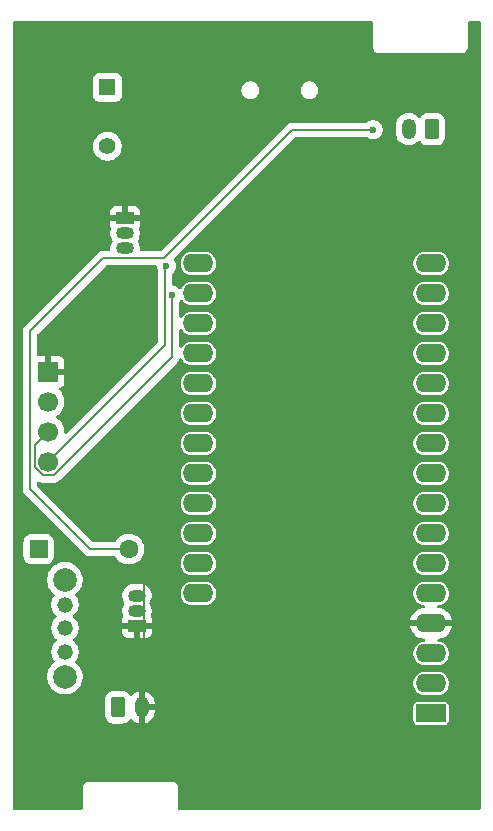
<source format=gbl>
G04 #@! TF.GenerationSoftware,KiCad,Pcbnew,9.0.2*
G04 #@! TF.CreationDate,2025-06-10T17:59:30+02:00*
G04 #@! TF.ProjectId,SenseMatePCB,53656e73-654d-4617-9465-5043422e6b69,rev?*
G04 #@! TF.SameCoordinates,Original*
G04 #@! TF.FileFunction,Copper,L2,Bot*
G04 #@! TF.FilePolarity,Positive*
%FSLAX46Y46*%
G04 Gerber Fmt 4.6, Leading zero omitted, Abs format (unit mm)*
G04 Created by KiCad (PCBNEW 9.0.2) date 2025-06-10 17:59:30*
%MOMM*%
%LPD*%
G01*
G04 APERTURE LIST*
G04 Aperture macros list*
%AMRoundRect*
0 Rectangle with rounded corners*
0 $1 Rounding radius*
0 $2 $3 $4 $5 $6 $7 $8 $9 X,Y pos of 4 corners*
0 Add a 4 corners polygon primitive as box body*
4,1,4,$2,$3,$4,$5,$6,$7,$8,$9,$2,$3,0*
0 Add four circle primitives for the rounded corners*
1,1,$1+$1,$2,$3*
1,1,$1+$1,$4,$5*
1,1,$1+$1,$6,$7*
1,1,$1+$1,$8,$9*
0 Add four rect primitives between the rounded corners*
20,1,$1+$1,$2,$3,$4,$5,0*
20,1,$1+$1,$4,$5,$6,$7,0*
20,1,$1+$1,$6,$7,$8,$9,0*
20,1,$1+$1,$8,$9,$2,$3,0*%
G04 Aperture macros list end*
G04 #@! TA.AperFunction,ComponentPad*
%ADD10R,1.700000X1.700000*%
G04 #@! TD*
G04 #@! TA.AperFunction,ComponentPad*
%ADD11C,1.700000*%
G04 #@! TD*
G04 #@! TA.AperFunction,ComponentPad*
%ADD12RoundRect,0.250000X-0.550000X-0.550000X0.550000X-0.550000X0.550000X0.550000X-0.550000X0.550000X0*%
G04 #@! TD*
G04 #@! TA.AperFunction,ComponentPad*
%ADD13C,1.600000*%
G04 #@! TD*
G04 #@! TA.AperFunction,ComponentPad*
%ADD14C,1.320800*%
G04 #@! TD*
G04 #@! TA.AperFunction,ComponentPad*
%ADD15C,2.006600*%
G04 #@! TD*
G04 #@! TA.AperFunction,ComponentPad*
%ADD16RoundRect,0.250000X1.050000X0.550000X-1.050000X0.550000X-1.050000X-0.550000X1.050000X-0.550000X0*%
G04 #@! TD*
G04 #@! TA.AperFunction,ComponentPad*
%ADD17O,2.600000X1.600000*%
G04 #@! TD*
G04 #@! TA.AperFunction,ComponentPad*
%ADD18RoundRect,0.250000X-0.350000X-0.625000X0.350000X-0.625000X0.350000X0.625000X-0.350000X0.625000X0*%
G04 #@! TD*
G04 #@! TA.AperFunction,ComponentPad*
%ADD19O,1.200000X1.750000*%
G04 #@! TD*
G04 #@! TA.AperFunction,ComponentPad*
%ADD20R,1.500000X1.050000*%
G04 #@! TD*
G04 #@! TA.AperFunction,ComponentPad*
%ADD21O,1.500000X1.050000*%
G04 #@! TD*
G04 #@! TA.AperFunction,ComponentPad*
%ADD22R,1.422400X1.422400*%
G04 #@! TD*
G04 #@! TA.AperFunction,ComponentPad*
%ADD23C,1.422400*%
G04 #@! TD*
G04 #@! TA.AperFunction,ComponentPad*
%ADD24RoundRect,0.250000X0.350000X0.625000X-0.350000X0.625000X-0.350000X-0.625000X0.350000X-0.625000X0*%
G04 #@! TD*
G04 #@! TA.AperFunction,ViaPad*
%ADD25C,0.600000*%
G04 #@! TD*
G04 #@! TA.AperFunction,Conductor*
%ADD26C,0.200000*%
G04 #@! TD*
G04 APERTURE END LIST*
D10*
X83000000Y-76500000D03*
D11*
X83000000Y-79040000D03*
X83000000Y-81580000D03*
X83000000Y-84120000D03*
D12*
X82190000Y-91500000D03*
D13*
X89810000Y-91500000D03*
D14*
X84400000Y-96199999D03*
X84400000Y-98199999D03*
X84400000Y-100200000D03*
D15*
X84400000Y-94100000D03*
X84400000Y-102299998D03*
D16*
X115413900Y-105417001D03*
D17*
X115413900Y-102877001D03*
X115413900Y-100337001D03*
X115413900Y-97797001D03*
X115413900Y-95257001D03*
X115413900Y-92717001D03*
X115413900Y-90177001D03*
X115413900Y-87637001D03*
X115413900Y-85097001D03*
X115413900Y-82557001D03*
X115413900Y-80017001D03*
X115413900Y-77477001D03*
X115413900Y-74937001D03*
X115413900Y-72397001D03*
X115413900Y-69857001D03*
X115413900Y-67317001D03*
X95693900Y-67317001D03*
X95693900Y-69857001D03*
X95693900Y-72397001D03*
X95693900Y-74937001D03*
X95693900Y-77477001D03*
X95693900Y-80017001D03*
X95693900Y-82557001D03*
X95693900Y-85097001D03*
X95693900Y-87637001D03*
X95693900Y-90177001D03*
X95693900Y-92717001D03*
X95693900Y-95257001D03*
D18*
X88900000Y-104900000D03*
D19*
X90900000Y-104900000D03*
D20*
X90500000Y-98000000D03*
D21*
X90500000Y-96730000D03*
X90500000Y-95460000D03*
D20*
X89500000Y-63500000D03*
D21*
X89500000Y-64770000D03*
X89500000Y-66040000D03*
D22*
X88000000Y-52400000D03*
D23*
X88000000Y-57400000D03*
D24*
X115500000Y-55950000D03*
D19*
X113500000Y-55950000D03*
D25*
X110500000Y-56000000D03*
X93500000Y-70000000D03*
X93000000Y-67500000D03*
X94340000Y-49050000D03*
X90890000Y-100760000D03*
D26*
X86500000Y-91500000D02*
X89810000Y-91500000D01*
X81448000Y-73052000D02*
X81448000Y-86448000D01*
X92784057Y-66866000D02*
X87634000Y-66866000D01*
X103650057Y-56000000D02*
X92784057Y-66866000D01*
X87634000Y-66866000D02*
X81448000Y-73052000D01*
X110500000Y-56000000D02*
X103650057Y-56000000D01*
X81448000Y-86448000D02*
X86500000Y-91500000D01*
X93500000Y-75247760D02*
X93500000Y-70000000D01*
X83476760Y-85271000D02*
X93500000Y-75247760D01*
X81849000Y-84596760D02*
X82523240Y-85271000D01*
X81849000Y-82731000D02*
X81849000Y-84596760D01*
X82523240Y-85271000D02*
X83476760Y-85271000D01*
X83000000Y-81580000D02*
X81849000Y-82731000D01*
X92899000Y-74221000D02*
X92899000Y-67601000D01*
X83000000Y-84120000D02*
X92899000Y-74221000D01*
X92899000Y-67601000D02*
X93000000Y-67500000D01*
X83420000Y-84580000D02*
X83500000Y-84500000D01*
X90890000Y-100760000D02*
X91100000Y-100550000D01*
X91100000Y-100550000D02*
X91100000Y-93770000D01*
G04 #@! TA.AperFunction,Conductor*
G36*
X92143087Y-67486185D02*
G01*
X92188842Y-67538989D01*
X92197991Y-67572931D01*
X92198311Y-67572868D01*
X92199258Y-67577633D01*
X92199451Y-67578346D01*
X92199500Y-67578847D01*
X92230261Y-67733489D01*
X92230264Y-67733501D01*
X92289061Y-67875450D01*
X92298500Y-67922902D01*
X92298500Y-73920902D01*
X92278815Y-73987941D01*
X92262181Y-74008583D01*
X84562181Y-81708583D01*
X84500858Y-81742068D01*
X84431166Y-81737084D01*
X84375233Y-81695212D01*
X84350816Y-81629748D01*
X84350500Y-81620902D01*
X84350500Y-81473713D01*
X84317246Y-81263760D01*
X84317246Y-81263757D01*
X84251557Y-81061588D01*
X84155051Y-80872184D01*
X84155049Y-80872181D01*
X84155048Y-80872179D01*
X84030109Y-80700213D01*
X83879786Y-80549890D01*
X83707820Y-80424951D01*
X83707115Y-80424591D01*
X83699054Y-80420485D01*
X83648259Y-80372512D01*
X83631463Y-80304692D01*
X83653999Y-80238556D01*
X83699054Y-80199515D01*
X83707816Y-80195051D01*
X83817252Y-80115542D01*
X83879786Y-80070109D01*
X83879788Y-80070106D01*
X83879792Y-80070104D01*
X84030104Y-79919792D01*
X84030106Y-79919788D01*
X84030109Y-79919786D01*
X84155048Y-79747820D01*
X84155047Y-79747820D01*
X84155051Y-79747816D01*
X84251557Y-79558412D01*
X84317246Y-79356243D01*
X84350500Y-79146287D01*
X84350500Y-78933713D01*
X84317246Y-78723757D01*
X84251557Y-78521588D01*
X84155051Y-78332184D01*
X84155049Y-78332181D01*
X84155048Y-78332179D01*
X84030109Y-78160213D01*
X83916181Y-78046285D01*
X83882696Y-77984962D01*
X83887680Y-77915270D01*
X83929552Y-77859337D01*
X83960529Y-77842422D01*
X84092086Y-77793354D01*
X84092093Y-77793350D01*
X84207187Y-77707190D01*
X84207190Y-77707187D01*
X84293350Y-77592093D01*
X84293354Y-77592086D01*
X84343596Y-77457379D01*
X84343598Y-77457372D01*
X84349999Y-77397844D01*
X84350000Y-77397827D01*
X84350000Y-76750000D01*
X83433012Y-76750000D01*
X83465925Y-76692993D01*
X83500000Y-76565826D01*
X83500000Y-76434174D01*
X83465925Y-76307007D01*
X83433012Y-76250000D01*
X84350000Y-76250000D01*
X84350000Y-75602172D01*
X84349999Y-75602155D01*
X84343598Y-75542627D01*
X84343596Y-75542620D01*
X84293354Y-75407913D01*
X84293350Y-75407906D01*
X84207190Y-75292812D01*
X84207187Y-75292809D01*
X84092093Y-75206649D01*
X84092086Y-75206645D01*
X83957379Y-75156403D01*
X83957372Y-75156401D01*
X83897844Y-75150000D01*
X83250000Y-75150000D01*
X83250000Y-76066988D01*
X83192993Y-76034075D01*
X83065826Y-76000000D01*
X82934174Y-76000000D01*
X82807007Y-76034075D01*
X82750000Y-76066988D01*
X82750000Y-75150000D01*
X82172500Y-75150000D01*
X82105461Y-75130315D01*
X82059706Y-75077511D01*
X82048500Y-75026000D01*
X82048500Y-73352097D01*
X82068185Y-73285058D01*
X82084819Y-73264416D01*
X87846416Y-67502819D01*
X87907739Y-67469334D01*
X87934097Y-67466500D01*
X92076048Y-67466500D01*
X92143087Y-67486185D01*
G37*
G04 #@! TD.AperFunction*
G04 #@! TA.AperFunction,Conductor*
G36*
X110442539Y-46820185D02*
G01*
X110488294Y-46872989D01*
X110499500Y-46924500D01*
X110499500Y-49065891D01*
X110533608Y-49193187D01*
X110566554Y-49250250D01*
X110599500Y-49307314D01*
X110692686Y-49400500D01*
X110806814Y-49466392D01*
X110934108Y-49500500D01*
X110934110Y-49500500D01*
X118065890Y-49500500D01*
X118065892Y-49500500D01*
X118193186Y-49466392D01*
X118307314Y-49400500D01*
X118400500Y-49307314D01*
X118466392Y-49193186D01*
X118500500Y-49065892D01*
X118500500Y-46924500D01*
X118520185Y-46857461D01*
X118572989Y-46811706D01*
X118624500Y-46800500D01*
X119475500Y-46800500D01*
X119542539Y-46820185D01*
X119588294Y-46872989D01*
X119599500Y-46924500D01*
X119599500Y-113475500D01*
X119579815Y-113542539D01*
X119527011Y-113588294D01*
X119475500Y-113599500D01*
X94124500Y-113599500D01*
X94057461Y-113579815D01*
X94011706Y-113527011D01*
X94000500Y-113475500D01*
X94000500Y-111634110D01*
X94000500Y-111634108D01*
X93966392Y-111506814D01*
X93900500Y-111392686D01*
X93807314Y-111299500D01*
X93750250Y-111266554D01*
X93693187Y-111233608D01*
X93629539Y-111216554D01*
X93565892Y-111199500D01*
X86465892Y-111199500D01*
X86334108Y-111199500D01*
X86206812Y-111233608D01*
X86092686Y-111299500D01*
X86092683Y-111299502D01*
X85999502Y-111392683D01*
X85999500Y-111392686D01*
X85933608Y-111506812D01*
X85899500Y-111634108D01*
X85899500Y-113475500D01*
X85879815Y-113542539D01*
X85827011Y-113588294D01*
X85775500Y-113599500D01*
X80124500Y-113599500D01*
X80057461Y-113579815D01*
X80011706Y-113527011D01*
X80000500Y-113475500D01*
X80000500Y-104224983D01*
X87799500Y-104224983D01*
X87799500Y-105575001D01*
X87799501Y-105575018D01*
X87810000Y-105677796D01*
X87810001Y-105677799D01*
X87865185Y-105844331D01*
X87865186Y-105844334D01*
X87957288Y-105993656D01*
X88081344Y-106117712D01*
X88230666Y-106209814D01*
X88397203Y-106264999D01*
X88499991Y-106275500D01*
X89300008Y-106275499D01*
X89300016Y-106275498D01*
X89300019Y-106275498D01*
X89356302Y-106269748D01*
X89402797Y-106264999D01*
X89569334Y-106209814D01*
X89718656Y-106117712D01*
X89842712Y-105993656D01*
X89882581Y-105929016D01*
X89934525Y-105882294D01*
X90003488Y-105871071D01*
X90067570Y-105898914D01*
X90075799Y-105906434D01*
X90183397Y-106014032D01*
X90323475Y-106115804D01*
X90477744Y-106194408D01*
X90642415Y-106247914D01*
X90642414Y-106247914D01*
X90649999Y-106249115D01*
X90650000Y-106249114D01*
X90650000Y-105180330D01*
X90669745Y-105200075D01*
X90755255Y-105249444D01*
X90850630Y-105275000D01*
X90949370Y-105275000D01*
X91044745Y-105249444D01*
X91130255Y-105200075D01*
X91150000Y-105180330D01*
X91150000Y-106249115D01*
X91157584Y-106247914D01*
X91322255Y-106194408D01*
X91476524Y-106115804D01*
X91616602Y-106014032D01*
X91739032Y-105891602D01*
X91840804Y-105751524D01*
X91919408Y-105597257D01*
X91972914Y-105432584D01*
X92000000Y-105261571D01*
X92000000Y-105150000D01*
X91180330Y-105150000D01*
X91200075Y-105130255D01*
X91249444Y-105044745D01*
X91275000Y-104949370D01*
X91275000Y-104850630D01*
X91264845Y-104812731D01*
X113913400Y-104812731D01*
X113913400Y-106021270D01*
X113916253Y-106051700D01*
X113916253Y-106051702D01*
X113961106Y-106179881D01*
X113961107Y-106179883D01*
X114041750Y-106289151D01*
X114151018Y-106369794D01*
X114193745Y-106384745D01*
X114279199Y-106414647D01*
X114309630Y-106417501D01*
X114309634Y-106417501D01*
X116518170Y-106417501D01*
X116548599Y-106414647D01*
X116548601Y-106414647D01*
X116612690Y-106392220D01*
X116676782Y-106369794D01*
X116786050Y-106289151D01*
X116866693Y-106179883D01*
X116889119Y-106115791D01*
X116911546Y-106051702D01*
X116911546Y-106051700D01*
X116914400Y-106021270D01*
X116914400Y-104812731D01*
X116911546Y-104782301D01*
X116911546Y-104782299D01*
X116866693Y-104654120D01*
X116866692Y-104654118D01*
X116826696Y-104599925D01*
X116786050Y-104544851D01*
X116676782Y-104464208D01*
X116676780Y-104464207D01*
X116548600Y-104419354D01*
X116518170Y-104416501D01*
X116518166Y-104416501D01*
X114309634Y-104416501D01*
X114309630Y-104416501D01*
X114279200Y-104419354D01*
X114279198Y-104419354D01*
X114151019Y-104464207D01*
X114151017Y-104464208D01*
X114041750Y-104544851D01*
X113961107Y-104654118D01*
X113961106Y-104654120D01*
X113916253Y-104782299D01*
X113916253Y-104782301D01*
X113913400Y-104812731D01*
X91264845Y-104812731D01*
X91249444Y-104755255D01*
X91200075Y-104669745D01*
X91180330Y-104650000D01*
X92000000Y-104650000D01*
X92000000Y-104538428D01*
X91972914Y-104367415D01*
X91919408Y-104202742D01*
X91840804Y-104048475D01*
X91739032Y-103908397D01*
X91616602Y-103785967D01*
X91476524Y-103684195D01*
X91322257Y-103605591D01*
X91157589Y-103552087D01*
X91157581Y-103552085D01*
X91150000Y-103550884D01*
X91150000Y-104619670D01*
X91130255Y-104599925D01*
X91044745Y-104550556D01*
X90949370Y-104525000D01*
X90850630Y-104525000D01*
X90755255Y-104550556D01*
X90669745Y-104599925D01*
X90650000Y-104619670D01*
X90650000Y-103550884D01*
X90649999Y-103550884D01*
X90642418Y-103552085D01*
X90642410Y-103552087D01*
X90477742Y-103605591D01*
X90323475Y-103684195D01*
X90183401Y-103785964D01*
X90075799Y-103893566D01*
X90014476Y-103927050D01*
X89944784Y-103922066D01*
X89888851Y-103880194D01*
X89882585Y-103870988D01*
X89842712Y-103806344D01*
X89718656Y-103682288D01*
X89569334Y-103590186D01*
X89402797Y-103535001D01*
X89402795Y-103535000D01*
X89300010Y-103524500D01*
X88499998Y-103524500D01*
X88499980Y-103524501D01*
X88397203Y-103535000D01*
X88397200Y-103535001D01*
X88230668Y-103590185D01*
X88230663Y-103590187D01*
X88081342Y-103682289D01*
X87957289Y-103806342D01*
X87865187Y-103955663D01*
X87865186Y-103955666D01*
X87810001Y-104122203D01*
X87810001Y-104122204D01*
X87810000Y-104122204D01*
X87799500Y-104224983D01*
X80000500Y-104224983D01*
X80000500Y-93981648D01*
X82896200Y-93981648D01*
X82896200Y-94218351D01*
X82933229Y-94452142D01*
X82933229Y-94452145D01*
X83006372Y-94677256D01*
X83113835Y-94888163D01*
X83252966Y-95079660D01*
X83252968Y-95079662D01*
X83420343Y-95247037D01*
X83475189Y-95286884D01*
X83517856Y-95342214D01*
X83523835Y-95411827D01*
X83502624Y-95460088D01*
X83407108Y-95591555D01*
X83324153Y-95754365D01*
X83267684Y-95928157D01*
X83239100Y-96108628D01*
X83239100Y-96291369D01*
X83261197Y-96430880D01*
X83267685Y-96471844D01*
X83324152Y-96645630D01*
X83407109Y-96808443D01*
X83514515Y-96956275D01*
X83643724Y-97085484D01*
X83643730Y-97085488D01*
X83663265Y-97099682D01*
X83705931Y-97155012D01*
X83711909Y-97224625D01*
X83679303Y-97286420D01*
X83663265Y-97300316D01*
X83643730Y-97314509D01*
X83643721Y-97314516D01*
X83514517Y-97443720D01*
X83407109Y-97591554D01*
X83324153Y-97754365D01*
X83267684Y-97928157D01*
X83239100Y-98108628D01*
X83239100Y-98291369D01*
X83267684Y-98471840D01*
X83267685Y-98471844D01*
X83324152Y-98645630D01*
X83407109Y-98808443D01*
X83514515Y-98956275D01*
X83643724Y-99085484D01*
X83663265Y-99099681D01*
X83705931Y-99155010D01*
X83711911Y-99224623D01*
X83679305Y-99286418D01*
X83663267Y-99300316D01*
X83643724Y-99314514D01*
X83514517Y-99443721D01*
X83407109Y-99591555D01*
X83324153Y-99754366D01*
X83267684Y-99928158D01*
X83239100Y-100108629D01*
X83239100Y-100291370D01*
X83267684Y-100471841D01*
X83267685Y-100471845D01*
X83318696Y-100628840D01*
X83324153Y-100645633D01*
X83407111Y-100808447D01*
X83502623Y-100939909D01*
X83526103Y-101005715D01*
X83510277Y-101073769D01*
X83475192Y-101113111D01*
X83420340Y-101152963D01*
X83252968Y-101320335D01*
X83252968Y-101320336D01*
X83252966Y-101320338D01*
X83193214Y-101402578D01*
X83113835Y-101511834D01*
X83006372Y-101722741D01*
X82933229Y-101947852D01*
X82933229Y-101947855D01*
X82896200Y-102181646D01*
X82896200Y-102418349D01*
X82933229Y-102652140D01*
X82933229Y-102652143D01*
X83006372Y-102877254D01*
X83113835Y-103088161D01*
X83252966Y-103279658D01*
X83420340Y-103447032D01*
X83611837Y-103586163D01*
X83800493Y-103682288D01*
X83822743Y-103693625D01*
X84047855Y-103766768D01*
X84047856Y-103766768D01*
X84047859Y-103766769D01*
X84281648Y-103803798D01*
X84281649Y-103803798D01*
X84518351Y-103803798D01*
X84518352Y-103803798D01*
X84752141Y-103766769D01*
X84752144Y-103766768D01*
X84752145Y-103766768D01*
X84977256Y-103693625D01*
X84977256Y-103693624D01*
X84977259Y-103693624D01*
X85188163Y-103586163D01*
X85379660Y-103447032D01*
X85547034Y-103279658D01*
X85686165Y-103088161D01*
X85743546Y-102975544D01*
X113913399Y-102975544D01*
X113951847Y-103168830D01*
X113951850Y-103168840D01*
X114027264Y-103350908D01*
X114027271Y-103350921D01*
X114136760Y-103514782D01*
X114136763Y-103514786D01*
X114276114Y-103654137D01*
X114276118Y-103654140D01*
X114439979Y-103763629D01*
X114439992Y-103763636D01*
X114543095Y-103806342D01*
X114622065Y-103839052D01*
X114622069Y-103839052D01*
X114622070Y-103839053D01*
X114815356Y-103877501D01*
X114815359Y-103877501D01*
X116012443Y-103877501D01*
X116142482Y-103851633D01*
X116205735Y-103839052D01*
X116380243Y-103766769D01*
X116387807Y-103763636D01*
X116387807Y-103763635D01*
X116387814Y-103763633D01*
X116551682Y-103654140D01*
X116691039Y-103514783D01*
X116800532Y-103350915D01*
X116875951Y-103168836D01*
X116914400Y-102975542D01*
X116914400Y-102778460D01*
X116914400Y-102778457D01*
X116875952Y-102585171D01*
X116875951Y-102585170D01*
X116875951Y-102585166D01*
X116875949Y-102585161D01*
X116800535Y-102403093D01*
X116800528Y-102403080D01*
X116691039Y-102239219D01*
X116691036Y-102239215D01*
X116551685Y-102099864D01*
X116551681Y-102099861D01*
X116387820Y-101990372D01*
X116387807Y-101990365D01*
X116205739Y-101914951D01*
X116205729Y-101914948D01*
X116012443Y-101876501D01*
X116012441Y-101876501D01*
X114815359Y-101876501D01*
X114815357Y-101876501D01*
X114622070Y-101914948D01*
X114622060Y-101914951D01*
X114439992Y-101990365D01*
X114439979Y-101990372D01*
X114276118Y-102099861D01*
X114276114Y-102099864D01*
X114136763Y-102239215D01*
X114136760Y-102239219D01*
X114027271Y-102403080D01*
X114027264Y-102403093D01*
X113951850Y-102585161D01*
X113951847Y-102585171D01*
X113913400Y-102778457D01*
X113913400Y-102778460D01*
X113913400Y-102975542D01*
X113913400Y-102975544D01*
X113913399Y-102975544D01*
X85743546Y-102975544D01*
X85793626Y-102877257D01*
X85866771Y-102652139D01*
X85903800Y-102418350D01*
X85903800Y-102181646D01*
X85866771Y-101947857D01*
X85866770Y-101947853D01*
X85866770Y-101947852D01*
X85793627Y-101722741D01*
X85686164Y-101511834D01*
X85547034Y-101320338D01*
X85379660Y-101152964D01*
X85324807Y-101113111D01*
X85282143Y-101057782D01*
X85276164Y-100988168D01*
X85297376Y-100939909D01*
X85392891Y-100808444D01*
X85475848Y-100645631D01*
X85532315Y-100471845D01*
X85545019Y-100391631D01*
X85560900Y-100291370D01*
X85560900Y-100108629D01*
X85532315Y-99928158D01*
X85532315Y-99928155D01*
X85475848Y-99754369D01*
X85392891Y-99591556D01*
X85285485Y-99443724D01*
X85156276Y-99314515D01*
X85136733Y-99300316D01*
X85094068Y-99244988D01*
X85088089Y-99175374D01*
X85120694Y-99113579D01*
X85136730Y-99099684D01*
X85156276Y-99085484D01*
X85285485Y-98956275D01*
X85392891Y-98808443D01*
X85475848Y-98645630D01*
X85532315Y-98471844D01*
X85545019Y-98391630D01*
X85560900Y-98291369D01*
X85560900Y-98203260D01*
X85560900Y-98108634D01*
X85532315Y-97928154D01*
X85475848Y-97754368D01*
X85392891Y-97591555D01*
X85285485Y-97443723D01*
X85156276Y-97314514D01*
X85136734Y-97300316D01*
X85094069Y-97244988D01*
X85088089Y-97175375D01*
X85120695Y-97113580D01*
X85136734Y-97099682D01*
X85156276Y-97085484D01*
X85285485Y-96956275D01*
X85392891Y-96808443D01*
X85475848Y-96645630D01*
X85532315Y-96471844D01*
X85545019Y-96391630D01*
X85560900Y-96291369D01*
X85560900Y-96108628D01*
X85535103Y-95945756D01*
X85532315Y-95928154D01*
X85475848Y-95754368D01*
X85392891Y-95591555D01*
X85297374Y-95460087D01*
X85294332Y-95451561D01*
X85288022Y-95445068D01*
X85282774Y-95419169D01*
X85273895Y-95394282D01*
X85275945Y-95385462D01*
X85274148Y-95376589D01*
X85280999Y-95358992D01*
X89249500Y-95358992D01*
X89249500Y-95561007D01*
X89288907Y-95759119D01*
X89288909Y-95759127D01*
X89366213Y-95945755D01*
X89419904Y-96026109D01*
X89440782Y-96092787D01*
X89422297Y-96160167D01*
X89419904Y-96163891D01*
X89366213Y-96244244D01*
X89288909Y-96430872D01*
X89288907Y-96430880D01*
X89249500Y-96628992D01*
X89249500Y-96831007D01*
X89288907Y-97029119D01*
X89288910Y-97029131D01*
X89322547Y-97110338D01*
X89330016Y-97179807D01*
X89310405Y-97224864D01*
X89310895Y-97225132D01*
X89307910Y-97230596D01*
X89307260Y-97232092D01*
X89306646Y-97232911D01*
X89306645Y-97232913D01*
X89256403Y-97367620D01*
X89256401Y-97367627D01*
X89250000Y-97427155D01*
X89250000Y-97750000D01*
X90134134Y-97750000D01*
X90158326Y-97752383D01*
X90161123Y-97752939D01*
X90173995Y-97755499D01*
X90173996Y-97755500D01*
X90173997Y-97755500D01*
X90214170Y-97755500D01*
X90199925Y-97769745D01*
X90150556Y-97855255D01*
X90125000Y-97950630D01*
X90125000Y-98049370D01*
X90150556Y-98144745D01*
X90199925Y-98230255D01*
X90219670Y-98250000D01*
X89250000Y-98250000D01*
X89250000Y-98572844D01*
X89256401Y-98632372D01*
X89256403Y-98632379D01*
X89306645Y-98767086D01*
X89306649Y-98767093D01*
X89392809Y-98882187D01*
X89392812Y-98882190D01*
X89507906Y-98968350D01*
X89507913Y-98968354D01*
X89642620Y-99018596D01*
X89642627Y-99018598D01*
X89702155Y-99024999D01*
X89702172Y-99025000D01*
X90250000Y-99025000D01*
X90250000Y-98280330D01*
X90269745Y-98300075D01*
X90355255Y-98349444D01*
X90450630Y-98375000D01*
X90549370Y-98375000D01*
X90644745Y-98349444D01*
X90730255Y-98300075D01*
X90750000Y-98280330D01*
X90750000Y-99025000D01*
X91297828Y-99025000D01*
X91297844Y-99024999D01*
X91357372Y-99018598D01*
X91357379Y-99018596D01*
X91492086Y-98968354D01*
X91492093Y-98968350D01*
X91607187Y-98882190D01*
X91607190Y-98882187D01*
X91693350Y-98767093D01*
X91693354Y-98767086D01*
X91743596Y-98632379D01*
X91743598Y-98632372D01*
X91749999Y-98572844D01*
X91750000Y-98572827D01*
X91750000Y-98250000D01*
X90780330Y-98250000D01*
X90800075Y-98230255D01*
X90849444Y-98144745D01*
X90875000Y-98049370D01*
X90875000Y-97950630D01*
X90849444Y-97855255D01*
X90800075Y-97769745D01*
X90785830Y-97755500D01*
X90826004Y-97755500D01*
X90826004Y-97755499D01*
X90839473Y-97752820D01*
X90841674Y-97752383D01*
X90865866Y-97750000D01*
X91750000Y-97750000D01*
X91750000Y-97547001D01*
X113637291Y-97547001D01*
X115280888Y-97547001D01*
X115247975Y-97604008D01*
X115213900Y-97731175D01*
X115213900Y-97862827D01*
X115247975Y-97989994D01*
X115280888Y-98047001D01*
X113637291Y-98047001D01*
X113645909Y-98101414D01*
X113709144Y-98296030D01*
X113802040Y-98478350D01*
X113922317Y-98643895D01*
X113922317Y-98643896D01*
X114067004Y-98788583D01*
X114232550Y-98908860D01*
X114414868Y-99001756D01*
X114609482Y-99064991D01*
X114798168Y-99094876D01*
X114861303Y-99124805D01*
X114898234Y-99184117D01*
X114897236Y-99253979D01*
X114858626Y-99312212D01*
X114802962Y-99338966D01*
X114622070Y-99374948D01*
X114622060Y-99374951D01*
X114439992Y-99450365D01*
X114439979Y-99450372D01*
X114276118Y-99559861D01*
X114276114Y-99559864D01*
X114136763Y-99699215D01*
X114136760Y-99699219D01*
X114027271Y-99863080D01*
X114027264Y-99863093D01*
X113951850Y-100045161D01*
X113951847Y-100045171D01*
X113913400Y-100238457D01*
X113913400Y-100238460D01*
X113913400Y-100435542D01*
X113913400Y-100435544D01*
X113913399Y-100435544D01*
X113951847Y-100628830D01*
X113951850Y-100628840D01*
X114027264Y-100810908D01*
X114027271Y-100810921D01*
X114136760Y-100974782D01*
X114136763Y-100974786D01*
X114276114Y-101114137D01*
X114276118Y-101114140D01*
X114439979Y-101223629D01*
X114439992Y-101223636D01*
X114622060Y-101299050D01*
X114622065Y-101299052D01*
X114622069Y-101299052D01*
X114622070Y-101299053D01*
X114815356Y-101337501D01*
X114815359Y-101337501D01*
X116012443Y-101337501D01*
X116142482Y-101311633D01*
X116205735Y-101299052D01*
X116387814Y-101223633D01*
X116551682Y-101114140D01*
X116691039Y-100974783D01*
X116800532Y-100810915D01*
X116875951Y-100628836D01*
X116914400Y-100435542D01*
X116914400Y-100238460D01*
X116914400Y-100238457D01*
X116875952Y-100045171D01*
X116875951Y-100045170D01*
X116875951Y-100045166D01*
X116827484Y-99928155D01*
X116800535Y-99863093D01*
X116800528Y-99863080D01*
X116691039Y-99699219D01*
X116691036Y-99699215D01*
X116551685Y-99559864D01*
X116551681Y-99559861D01*
X116387820Y-99450372D01*
X116387807Y-99450365D01*
X116205739Y-99374951D01*
X116205729Y-99374948D01*
X116024837Y-99338966D01*
X115962926Y-99306581D01*
X115928352Y-99245865D01*
X115932092Y-99176096D01*
X115972959Y-99119424D01*
X116029631Y-99094876D01*
X116218317Y-99064991D01*
X116412931Y-99001756D01*
X116595249Y-98908860D01*
X116760794Y-98788583D01*
X116760795Y-98788583D01*
X116905482Y-98643896D01*
X116905482Y-98643895D01*
X117025759Y-98478350D01*
X117118655Y-98296030D01*
X117181890Y-98101414D01*
X117190509Y-98047001D01*
X116146912Y-98047001D01*
X116179825Y-97989994D01*
X116213900Y-97862827D01*
X116213900Y-97731175D01*
X116179825Y-97604008D01*
X116146912Y-97547001D01*
X117190509Y-97547001D01*
X117181890Y-97492587D01*
X117118655Y-97297971D01*
X117025759Y-97115651D01*
X116905482Y-96950106D01*
X116905482Y-96950105D01*
X116760795Y-96805418D01*
X116595249Y-96685141D01*
X116412931Y-96592245D01*
X116218317Y-96529010D01*
X116029631Y-96499125D01*
X115966496Y-96469195D01*
X115929565Y-96409884D01*
X115930563Y-96340021D01*
X115969173Y-96281789D01*
X116024838Y-96255035D01*
X116205735Y-96219052D01*
X116387814Y-96143633D01*
X116551682Y-96034140D01*
X116691039Y-95894783D01*
X116800532Y-95730915D01*
X116875951Y-95548836D01*
X116893604Y-95460088D01*
X116914400Y-95355544D01*
X116914400Y-95158457D01*
X116875952Y-94965171D01*
X116875951Y-94965170D01*
X116875951Y-94965166D01*
X116810140Y-94806282D01*
X116800535Y-94783093D01*
X116800528Y-94783080D01*
X116691039Y-94619219D01*
X116691036Y-94619215D01*
X116551685Y-94479864D01*
X116551681Y-94479861D01*
X116387820Y-94370372D01*
X116387807Y-94370365D01*
X116205739Y-94294951D01*
X116205729Y-94294948D01*
X116012443Y-94256501D01*
X116012441Y-94256501D01*
X114815359Y-94256501D01*
X114815357Y-94256501D01*
X114622070Y-94294948D01*
X114622060Y-94294951D01*
X114439992Y-94370365D01*
X114439979Y-94370372D01*
X114276118Y-94479861D01*
X114276114Y-94479864D01*
X114136763Y-94619215D01*
X114136760Y-94619219D01*
X114027271Y-94783080D01*
X114027264Y-94783093D01*
X113951850Y-94965161D01*
X113951847Y-94965171D01*
X113913400Y-95158457D01*
X113913400Y-95158460D01*
X113913400Y-95355542D01*
X113913400Y-95355544D01*
X113913399Y-95355544D01*
X113951847Y-95548830D01*
X113951850Y-95548840D01*
X114027264Y-95730908D01*
X114027271Y-95730921D01*
X114136760Y-95894782D01*
X114136763Y-95894786D01*
X114276114Y-96034137D01*
X114276118Y-96034140D01*
X114439979Y-96143629D01*
X114439992Y-96143636D01*
X114622060Y-96219050D01*
X114622065Y-96219052D01*
X114748712Y-96244244D01*
X114802961Y-96255035D01*
X114864872Y-96287420D01*
X114899446Y-96348135D01*
X114895707Y-96417905D01*
X114854840Y-96474577D01*
X114798169Y-96499125D01*
X114609481Y-96529011D01*
X114414868Y-96592245D01*
X114232550Y-96685141D01*
X114067005Y-96805418D01*
X114067004Y-96805418D01*
X113922317Y-96950105D01*
X113922317Y-96950106D01*
X113802040Y-97115651D01*
X113709144Y-97297971D01*
X113645909Y-97492587D01*
X113637291Y-97547001D01*
X91750000Y-97547001D01*
X91750000Y-97427172D01*
X91749999Y-97427155D01*
X91743598Y-97367627D01*
X91743596Y-97367620D01*
X91693354Y-97232913D01*
X91693353Y-97232911D01*
X91692745Y-97232099D01*
X91692390Y-97231148D01*
X91689103Y-97225128D01*
X91689968Y-97224655D01*
X91668329Y-97166634D01*
X91677452Y-97110338D01*
X91711091Y-97029127D01*
X91750500Y-96831003D01*
X91750500Y-96628997D01*
X91711091Y-96430873D01*
X91633786Y-96244244D01*
X91580094Y-96163889D01*
X91559217Y-96097214D01*
X91577701Y-96029834D01*
X91580078Y-96026134D01*
X91633786Y-95945756D01*
X91711091Y-95759127D01*
X91750500Y-95561003D01*
X91750500Y-95358997D01*
X91749813Y-95355544D01*
X94193399Y-95355544D01*
X94231847Y-95548830D01*
X94231850Y-95548840D01*
X94307264Y-95730908D01*
X94307271Y-95730921D01*
X94416760Y-95894782D01*
X94416763Y-95894786D01*
X94556114Y-96034137D01*
X94556118Y-96034140D01*
X94719979Y-96143629D01*
X94719992Y-96143636D01*
X94902060Y-96219050D01*
X94902065Y-96219052D01*
X94902069Y-96219052D01*
X94902070Y-96219053D01*
X95095356Y-96257501D01*
X95095359Y-96257501D01*
X96292443Y-96257501D01*
X96422482Y-96231633D01*
X96485735Y-96219052D01*
X96667814Y-96143633D01*
X96831682Y-96034140D01*
X96971039Y-95894783D01*
X97080532Y-95730915D01*
X97155951Y-95548836D01*
X97173604Y-95460088D01*
X97194400Y-95355544D01*
X97194400Y-95158457D01*
X97155952Y-94965171D01*
X97155951Y-94965170D01*
X97155951Y-94965166D01*
X97090140Y-94806282D01*
X97080535Y-94783093D01*
X97080528Y-94783080D01*
X96971039Y-94619219D01*
X96971036Y-94619215D01*
X96831685Y-94479864D01*
X96831681Y-94479861D01*
X96667820Y-94370372D01*
X96667807Y-94370365D01*
X96485739Y-94294951D01*
X96485729Y-94294948D01*
X96292443Y-94256501D01*
X96292441Y-94256501D01*
X95095359Y-94256501D01*
X95095357Y-94256501D01*
X94902070Y-94294948D01*
X94902060Y-94294951D01*
X94719992Y-94370365D01*
X94719979Y-94370372D01*
X94556118Y-94479861D01*
X94556114Y-94479864D01*
X94416763Y-94619215D01*
X94416760Y-94619219D01*
X94307271Y-94783080D01*
X94307264Y-94783093D01*
X94231850Y-94965161D01*
X94231847Y-94965171D01*
X94193400Y-95158457D01*
X94193400Y-95158460D01*
X94193400Y-95355542D01*
X94193400Y-95355544D01*
X94193399Y-95355544D01*
X91749813Y-95355544D01*
X91736156Y-95286884D01*
X91714212Y-95176559D01*
X91711092Y-95160877D01*
X91711091Y-95160875D01*
X91711091Y-95160873D01*
X91633786Y-94974244D01*
X91633784Y-94974241D01*
X91633782Y-94974237D01*
X91521558Y-94806281D01*
X91378718Y-94663441D01*
X91210762Y-94551217D01*
X91210752Y-94551212D01*
X91024127Y-94473909D01*
X91024119Y-94473907D01*
X90826007Y-94434500D01*
X90826003Y-94434500D01*
X90173997Y-94434500D01*
X90173992Y-94434500D01*
X89975880Y-94473907D01*
X89975872Y-94473909D01*
X89789247Y-94551212D01*
X89789237Y-94551217D01*
X89621281Y-94663441D01*
X89478441Y-94806281D01*
X89366217Y-94974237D01*
X89366212Y-94974247D01*
X89288909Y-95160872D01*
X89288907Y-95160880D01*
X89249500Y-95358992D01*
X85280999Y-95358992D01*
X85283734Y-95351968D01*
X85289720Y-95326228D01*
X85296885Y-95318194D01*
X85299499Y-95311481D01*
X85324808Y-95286885D01*
X85379660Y-95247034D01*
X85547034Y-95079660D01*
X85686165Y-94888163D01*
X85793626Y-94677259D01*
X85812486Y-94619215D01*
X85866770Y-94452145D01*
X85866770Y-94452144D01*
X85866771Y-94452141D01*
X85903800Y-94218352D01*
X85903800Y-93981648D01*
X85866771Y-93747859D01*
X85866770Y-93747855D01*
X85866770Y-93747854D01*
X85793627Y-93522743D01*
X85779053Y-93494140D01*
X85686165Y-93311837D01*
X85547034Y-93120340D01*
X85379660Y-92952966D01*
X85190515Y-92815544D01*
X94193399Y-92815544D01*
X94231847Y-93008830D01*
X94231850Y-93008840D01*
X94307264Y-93190908D01*
X94307271Y-93190921D01*
X94416760Y-93354782D01*
X94416763Y-93354786D01*
X94556114Y-93494137D01*
X94556118Y-93494140D01*
X94719979Y-93603629D01*
X94719992Y-93603636D01*
X94902060Y-93679050D01*
X94902065Y-93679052D01*
X94902069Y-93679052D01*
X94902070Y-93679053D01*
X95095356Y-93717501D01*
X95095359Y-93717501D01*
X96292443Y-93717501D01*
X96422482Y-93691633D01*
X96485735Y-93679052D01*
X96667814Y-93603633D01*
X96831682Y-93494140D01*
X96971039Y-93354783D01*
X97080532Y-93190915D01*
X97155951Y-93008836D01*
X97194400Y-92815544D01*
X113913399Y-92815544D01*
X113951847Y-93008830D01*
X113951850Y-93008840D01*
X114027264Y-93190908D01*
X114027271Y-93190921D01*
X114136760Y-93354782D01*
X114136763Y-93354786D01*
X114276114Y-93494137D01*
X114276118Y-93494140D01*
X114439979Y-93603629D01*
X114439992Y-93603636D01*
X114622060Y-93679050D01*
X114622065Y-93679052D01*
X114622069Y-93679052D01*
X114622070Y-93679053D01*
X114815356Y-93717501D01*
X114815359Y-93717501D01*
X116012443Y-93717501D01*
X116142482Y-93691633D01*
X116205735Y-93679052D01*
X116387814Y-93603633D01*
X116551682Y-93494140D01*
X116691039Y-93354783D01*
X116800532Y-93190915D01*
X116875951Y-93008836D01*
X116914400Y-92815542D01*
X116914400Y-92618460D01*
X116914400Y-92618457D01*
X116875952Y-92425171D01*
X116875951Y-92425170D01*
X116875951Y-92425166D01*
X116843662Y-92347213D01*
X116800535Y-92243093D01*
X116800528Y-92243080D01*
X116691039Y-92079219D01*
X116691036Y-92079215D01*
X116551685Y-91939864D01*
X116551681Y-91939861D01*
X116387820Y-91830372D01*
X116387807Y-91830365D01*
X116205739Y-91754951D01*
X116205729Y-91754948D01*
X116012443Y-91716501D01*
X116012441Y-91716501D01*
X114815359Y-91716501D01*
X114815357Y-91716501D01*
X114622070Y-91754948D01*
X114622060Y-91754951D01*
X114439992Y-91830365D01*
X114439979Y-91830372D01*
X114276118Y-91939861D01*
X114276114Y-91939864D01*
X114136763Y-92079215D01*
X114136760Y-92079219D01*
X114027271Y-92243080D01*
X114027264Y-92243093D01*
X113951850Y-92425161D01*
X113951847Y-92425171D01*
X113913400Y-92618457D01*
X113913400Y-92618460D01*
X113913400Y-92815542D01*
X113913400Y-92815544D01*
X113913399Y-92815544D01*
X97194400Y-92815544D01*
X97194400Y-92815542D01*
X97194400Y-92618460D01*
X97194400Y-92618457D01*
X97155952Y-92425171D01*
X97155951Y-92425170D01*
X97155951Y-92425166D01*
X97123662Y-92347213D01*
X97080535Y-92243093D01*
X97080528Y-92243080D01*
X96971039Y-92079219D01*
X96971036Y-92079215D01*
X96831685Y-91939864D01*
X96831681Y-91939861D01*
X96667820Y-91830372D01*
X96667807Y-91830365D01*
X96485739Y-91754951D01*
X96485729Y-91754948D01*
X96292443Y-91716501D01*
X96292441Y-91716501D01*
X95095359Y-91716501D01*
X95095357Y-91716501D01*
X94902070Y-91754948D01*
X94902060Y-91754951D01*
X94719992Y-91830365D01*
X94719979Y-91830372D01*
X94556118Y-91939861D01*
X94556114Y-91939864D01*
X94416763Y-92079215D01*
X94416760Y-92079219D01*
X94307271Y-92243080D01*
X94307264Y-92243093D01*
X94231850Y-92425161D01*
X94231847Y-92425171D01*
X94193400Y-92618457D01*
X94193400Y-92618460D01*
X94193400Y-92815542D01*
X94193400Y-92815544D01*
X94193399Y-92815544D01*
X85190515Y-92815544D01*
X85188163Y-92813835D01*
X85033072Y-92734812D01*
X84977256Y-92706372D01*
X84752144Y-92633229D01*
X84576799Y-92605457D01*
X84518352Y-92596200D01*
X84281648Y-92596200D01*
X84203718Y-92608543D01*
X84047857Y-92633229D01*
X84047854Y-92633229D01*
X83822743Y-92706372D01*
X83611836Y-92813835D01*
X83502580Y-92893214D01*
X83420340Y-92952966D01*
X83420338Y-92952968D01*
X83420337Y-92952968D01*
X83252968Y-93120337D01*
X83252968Y-93120338D01*
X83252966Y-93120340D01*
X83201695Y-93190908D01*
X83113835Y-93311836D01*
X83006372Y-93522743D01*
X82933229Y-93747854D01*
X82933229Y-93747857D01*
X82896200Y-93981648D01*
X80000500Y-93981648D01*
X80000500Y-90899983D01*
X80889500Y-90899983D01*
X80889500Y-92100001D01*
X80889501Y-92100018D01*
X80900000Y-92202796D01*
X80900001Y-92202799D01*
X80947856Y-92347213D01*
X80955186Y-92369334D01*
X81047288Y-92518656D01*
X81171344Y-92642712D01*
X81320666Y-92734814D01*
X81487203Y-92789999D01*
X81589991Y-92800500D01*
X82790008Y-92800499D01*
X82892797Y-92789999D01*
X83059334Y-92734814D01*
X83208656Y-92642712D01*
X83332712Y-92518656D01*
X83424814Y-92369334D01*
X83479999Y-92202797D01*
X83490500Y-92100009D01*
X83490499Y-90899992D01*
X83488721Y-90882591D01*
X83479999Y-90797203D01*
X83479998Y-90797200D01*
X83424814Y-90630666D01*
X83332712Y-90481344D01*
X83208656Y-90357288D01*
X83059334Y-90265186D01*
X82892797Y-90210001D01*
X82892795Y-90210000D01*
X82790010Y-90199500D01*
X81589998Y-90199500D01*
X81589981Y-90199501D01*
X81487203Y-90210000D01*
X81487200Y-90210001D01*
X81320668Y-90265185D01*
X81320663Y-90265187D01*
X81171342Y-90357289D01*
X81047289Y-90481342D01*
X80955187Y-90630663D01*
X80955186Y-90630666D01*
X80900001Y-90797203D01*
X80900001Y-90797204D01*
X80900000Y-90797204D01*
X80889500Y-90899983D01*
X80000500Y-90899983D01*
X80000500Y-86527054D01*
X80847498Y-86527054D01*
X80888423Y-86679785D01*
X80917358Y-86729900D01*
X80917359Y-86729904D01*
X80917360Y-86729904D01*
X80967479Y-86816714D01*
X80967481Y-86816717D01*
X81086349Y-86935585D01*
X81086355Y-86935590D01*
X86015139Y-91864374D01*
X86015149Y-91864385D01*
X86019479Y-91868715D01*
X86019480Y-91868716D01*
X86131284Y-91980520D01*
X86218095Y-92030639D01*
X86218097Y-92030641D01*
X86256151Y-92052611D01*
X86268215Y-92059577D01*
X86420943Y-92100501D01*
X86420946Y-92100501D01*
X86586653Y-92100501D01*
X86586669Y-92100500D01*
X88580398Y-92100500D01*
X88647437Y-92120185D01*
X88690883Y-92168205D01*
X88697715Y-92181614D01*
X88818028Y-92347213D01*
X88962786Y-92491971D01*
X89106248Y-92596200D01*
X89128390Y-92612287D01*
X89244607Y-92671503D01*
X89310776Y-92705218D01*
X89310778Y-92705218D01*
X89310781Y-92705220D01*
X89401856Y-92734812D01*
X89505465Y-92768477D01*
X89606557Y-92784488D01*
X89707648Y-92800500D01*
X89707649Y-92800500D01*
X89912351Y-92800500D01*
X89912352Y-92800500D01*
X90114534Y-92768477D01*
X90309219Y-92705220D01*
X90491610Y-92612287D01*
X90629577Y-92512049D01*
X90629579Y-92512048D01*
X90657212Y-92491971D01*
X90657210Y-92491971D01*
X90657219Y-92491966D01*
X90801966Y-92347219D01*
X90801968Y-92347215D01*
X90801971Y-92347213D01*
X90877617Y-92243093D01*
X90922287Y-92181610D01*
X91015220Y-91999219D01*
X91078477Y-91804534D01*
X91110500Y-91602352D01*
X91110500Y-91397648D01*
X91078477Y-91195466D01*
X91015220Y-91000781D01*
X91015218Y-91000778D01*
X91015218Y-91000776D01*
X90963865Y-90899991D01*
X90922287Y-90818390D01*
X90906892Y-90797200D01*
X90801971Y-90652786D01*
X90657213Y-90508028D01*
X90491613Y-90387715D01*
X90491612Y-90387714D01*
X90491610Y-90387713D01*
X90431898Y-90357288D01*
X90309223Y-90294781D01*
X90250018Y-90275544D01*
X94193399Y-90275544D01*
X94231847Y-90468830D01*
X94231850Y-90468840D01*
X94307264Y-90650908D01*
X94307271Y-90650921D01*
X94416760Y-90814782D01*
X94416763Y-90814786D01*
X94556114Y-90954137D01*
X94556118Y-90954140D01*
X94719979Y-91063629D01*
X94719992Y-91063636D01*
X94902060Y-91139050D01*
X94902065Y-91139052D01*
X94902069Y-91139052D01*
X94902070Y-91139053D01*
X95095356Y-91177501D01*
X95095359Y-91177501D01*
X96292443Y-91177501D01*
X96422482Y-91151633D01*
X96485735Y-91139052D01*
X96667814Y-91063633D01*
X96831682Y-90954140D01*
X96971039Y-90814783D01*
X97080532Y-90650915D01*
X97155951Y-90468836D01*
X97190573Y-90294781D01*
X97194400Y-90275544D01*
X113913399Y-90275544D01*
X113951847Y-90468830D01*
X113951850Y-90468840D01*
X114027264Y-90650908D01*
X114027271Y-90650921D01*
X114136760Y-90814782D01*
X114136763Y-90814786D01*
X114276114Y-90954137D01*
X114276118Y-90954140D01*
X114439979Y-91063629D01*
X114439992Y-91063636D01*
X114622060Y-91139050D01*
X114622065Y-91139052D01*
X114622069Y-91139052D01*
X114622070Y-91139053D01*
X114815356Y-91177501D01*
X114815359Y-91177501D01*
X116012443Y-91177501D01*
X116142482Y-91151633D01*
X116205735Y-91139052D01*
X116387814Y-91063633D01*
X116551682Y-90954140D01*
X116691039Y-90814783D01*
X116800532Y-90650915D01*
X116875951Y-90468836D01*
X116910573Y-90294781D01*
X116914400Y-90275544D01*
X116914400Y-90078457D01*
X116875952Y-89885171D01*
X116875951Y-89885170D01*
X116875951Y-89885166D01*
X116875949Y-89885161D01*
X116800535Y-89703093D01*
X116800528Y-89703080D01*
X116691039Y-89539219D01*
X116691036Y-89539215D01*
X116551685Y-89399864D01*
X116551681Y-89399861D01*
X116387820Y-89290372D01*
X116387807Y-89290365D01*
X116205739Y-89214951D01*
X116205729Y-89214948D01*
X116012443Y-89176501D01*
X116012441Y-89176501D01*
X114815359Y-89176501D01*
X114815357Y-89176501D01*
X114622070Y-89214948D01*
X114622060Y-89214951D01*
X114439992Y-89290365D01*
X114439979Y-89290372D01*
X114276118Y-89399861D01*
X114276114Y-89399864D01*
X114136763Y-89539215D01*
X114136760Y-89539219D01*
X114027271Y-89703080D01*
X114027264Y-89703093D01*
X113951850Y-89885161D01*
X113951847Y-89885171D01*
X113913400Y-90078457D01*
X113913400Y-90078460D01*
X113913400Y-90275542D01*
X113913400Y-90275544D01*
X113913399Y-90275544D01*
X97194400Y-90275544D01*
X97194400Y-90078457D01*
X97155952Y-89885171D01*
X97155951Y-89885170D01*
X97155951Y-89885166D01*
X97155949Y-89885161D01*
X97080535Y-89703093D01*
X97080528Y-89703080D01*
X96971039Y-89539219D01*
X96971036Y-89539215D01*
X96831685Y-89399864D01*
X96831681Y-89399861D01*
X96667820Y-89290372D01*
X96667807Y-89290365D01*
X96485739Y-89214951D01*
X96485729Y-89214948D01*
X96292443Y-89176501D01*
X96292441Y-89176501D01*
X95095359Y-89176501D01*
X95095357Y-89176501D01*
X94902070Y-89214948D01*
X94902060Y-89214951D01*
X94719992Y-89290365D01*
X94719979Y-89290372D01*
X94556118Y-89399861D01*
X94556114Y-89399864D01*
X94416763Y-89539215D01*
X94416760Y-89539219D01*
X94307271Y-89703080D01*
X94307264Y-89703093D01*
X94231850Y-89885161D01*
X94231847Y-89885171D01*
X94193400Y-90078457D01*
X94193400Y-90078460D01*
X94193400Y-90275542D01*
X94193400Y-90275544D01*
X94193399Y-90275544D01*
X90250018Y-90275544D01*
X90114534Y-90231522D01*
X89939995Y-90203878D01*
X89912352Y-90199500D01*
X89707648Y-90199500D01*
X89683329Y-90203351D01*
X89505465Y-90231522D01*
X89310776Y-90294781D01*
X89128386Y-90387715D01*
X88962786Y-90508028D01*
X88818028Y-90652786D01*
X88697715Y-90818385D01*
X88690883Y-90831795D01*
X88642909Y-90882591D01*
X88580398Y-90899500D01*
X86800097Y-90899500D01*
X86733058Y-90879815D01*
X86712416Y-90863181D01*
X83584779Y-87735544D01*
X94193399Y-87735544D01*
X94231847Y-87928830D01*
X94231850Y-87928840D01*
X94307264Y-88110908D01*
X94307271Y-88110921D01*
X94416760Y-88274782D01*
X94416763Y-88274786D01*
X94556114Y-88414137D01*
X94556118Y-88414140D01*
X94719979Y-88523629D01*
X94719992Y-88523636D01*
X94902060Y-88599050D01*
X94902065Y-88599052D01*
X94902069Y-88599052D01*
X94902070Y-88599053D01*
X95095356Y-88637501D01*
X95095359Y-88637501D01*
X96292443Y-88637501D01*
X96422482Y-88611633D01*
X96485735Y-88599052D01*
X96667814Y-88523633D01*
X96831682Y-88414140D01*
X96971039Y-88274783D01*
X97080532Y-88110915D01*
X97155951Y-87928836D01*
X97194400Y-87735544D01*
X113913399Y-87735544D01*
X113951847Y-87928830D01*
X113951850Y-87928840D01*
X114027264Y-88110908D01*
X114027271Y-88110921D01*
X114136760Y-88274782D01*
X114136763Y-88274786D01*
X114276114Y-88414137D01*
X114276118Y-88414140D01*
X114439979Y-88523629D01*
X114439992Y-88523636D01*
X114622060Y-88599050D01*
X114622065Y-88599052D01*
X114622069Y-88599052D01*
X114622070Y-88599053D01*
X114815356Y-88637501D01*
X114815359Y-88637501D01*
X116012443Y-88637501D01*
X116142482Y-88611633D01*
X116205735Y-88599052D01*
X116387814Y-88523633D01*
X116551682Y-88414140D01*
X116691039Y-88274783D01*
X116800532Y-88110915D01*
X116875951Y-87928836D01*
X116914400Y-87735542D01*
X116914400Y-87538460D01*
X116914400Y-87538457D01*
X116875952Y-87345171D01*
X116875951Y-87345170D01*
X116875951Y-87345166D01*
X116875949Y-87345161D01*
X116800535Y-87163093D01*
X116800528Y-87163080D01*
X116691039Y-86999219D01*
X116691036Y-86999215D01*
X116551685Y-86859864D01*
X116551681Y-86859861D01*
X116387820Y-86750372D01*
X116387807Y-86750365D01*
X116205739Y-86674951D01*
X116205729Y-86674948D01*
X116012443Y-86636501D01*
X116012441Y-86636501D01*
X114815359Y-86636501D01*
X114815357Y-86636501D01*
X114622070Y-86674948D01*
X114622060Y-86674951D01*
X114439992Y-86750365D01*
X114439979Y-86750372D01*
X114276118Y-86859861D01*
X114276114Y-86859864D01*
X114136763Y-86999215D01*
X114136760Y-86999219D01*
X114027271Y-87163080D01*
X114027264Y-87163093D01*
X113951850Y-87345161D01*
X113951847Y-87345171D01*
X113913400Y-87538457D01*
X113913400Y-87538460D01*
X113913400Y-87735542D01*
X113913400Y-87735544D01*
X113913399Y-87735544D01*
X97194400Y-87735544D01*
X97194400Y-87735542D01*
X97194400Y-87538460D01*
X97194400Y-87538457D01*
X97155952Y-87345171D01*
X97155951Y-87345170D01*
X97155951Y-87345166D01*
X97155949Y-87345161D01*
X97080535Y-87163093D01*
X97080528Y-87163080D01*
X96971039Y-86999219D01*
X96971036Y-86999215D01*
X96831685Y-86859864D01*
X96831681Y-86859861D01*
X96667820Y-86750372D01*
X96667807Y-86750365D01*
X96485739Y-86674951D01*
X96485729Y-86674948D01*
X96292443Y-86636501D01*
X96292441Y-86636501D01*
X95095359Y-86636501D01*
X95095357Y-86636501D01*
X94902070Y-86674948D01*
X94902060Y-86674951D01*
X94719992Y-86750365D01*
X94719979Y-86750372D01*
X94556118Y-86859861D01*
X94556114Y-86859864D01*
X94416763Y-86999215D01*
X94416760Y-86999219D01*
X94307271Y-87163080D01*
X94307264Y-87163093D01*
X94231850Y-87345161D01*
X94231847Y-87345171D01*
X94193400Y-87538457D01*
X94193400Y-87538460D01*
X94193400Y-87735542D01*
X94193400Y-87735544D01*
X94193399Y-87735544D01*
X83584779Y-87735544D01*
X82084819Y-86235584D01*
X82070115Y-86208656D01*
X82053523Y-86182838D01*
X82052631Y-86176637D01*
X82051334Y-86174261D01*
X82048500Y-86147903D01*
X82048500Y-85905080D01*
X82068185Y-85838041D01*
X82120989Y-85792286D01*
X82190147Y-85782342D01*
X82234495Y-85797691D01*
X82291456Y-85830577D01*
X82403259Y-85860534D01*
X82444182Y-85871500D01*
X82444183Y-85871500D01*
X83390091Y-85871500D01*
X83390107Y-85871501D01*
X83397703Y-85871501D01*
X83555814Y-85871501D01*
X83555817Y-85871501D01*
X83708545Y-85830577D01*
X83758664Y-85801639D01*
X83845476Y-85751520D01*
X83957280Y-85639716D01*
X83957280Y-85639714D01*
X83967488Y-85629507D01*
X83967490Y-85629504D01*
X84401450Y-85195544D01*
X94193399Y-85195544D01*
X94231847Y-85388830D01*
X94231850Y-85388840D01*
X94307264Y-85570908D01*
X94307271Y-85570921D01*
X94416760Y-85734782D01*
X94416763Y-85734786D01*
X94556114Y-85874137D01*
X94556118Y-85874140D01*
X94719979Y-85983629D01*
X94719992Y-85983636D01*
X94902060Y-86059050D01*
X94902065Y-86059052D01*
X94902069Y-86059052D01*
X94902070Y-86059053D01*
X95095356Y-86097501D01*
X95095359Y-86097501D01*
X96292443Y-86097501D01*
X96422482Y-86071633D01*
X96485735Y-86059052D01*
X96667814Y-85983633D01*
X96831682Y-85874140D01*
X96971039Y-85734783D01*
X97080532Y-85570915D01*
X97155951Y-85388836D01*
X97194400Y-85195544D01*
X113913399Y-85195544D01*
X113951847Y-85388830D01*
X113951850Y-85388840D01*
X114027264Y-85570908D01*
X114027271Y-85570921D01*
X114136760Y-85734782D01*
X114136763Y-85734786D01*
X114276114Y-85874137D01*
X114276118Y-85874140D01*
X114439979Y-85983629D01*
X114439992Y-85983636D01*
X114622060Y-86059050D01*
X114622065Y-86059052D01*
X114622069Y-86059052D01*
X114622070Y-86059053D01*
X114815356Y-86097501D01*
X114815359Y-86097501D01*
X116012443Y-86097501D01*
X116142482Y-86071633D01*
X116205735Y-86059052D01*
X116387814Y-85983633D01*
X116551682Y-85874140D01*
X116691039Y-85734783D01*
X116800532Y-85570915D01*
X116875951Y-85388836D01*
X116914400Y-85195542D01*
X116914400Y-84998460D01*
X116914400Y-84998457D01*
X116875952Y-84805171D01*
X116875951Y-84805170D01*
X116875951Y-84805166D01*
X116875949Y-84805161D01*
X116800535Y-84623093D01*
X116800528Y-84623080D01*
X116691039Y-84459219D01*
X116691036Y-84459215D01*
X116551685Y-84319864D01*
X116551681Y-84319861D01*
X116387820Y-84210372D01*
X116387807Y-84210365D01*
X116205739Y-84134951D01*
X116205729Y-84134948D01*
X116012443Y-84096501D01*
X116012441Y-84096501D01*
X114815359Y-84096501D01*
X114815357Y-84096501D01*
X114622070Y-84134948D01*
X114622060Y-84134951D01*
X114439992Y-84210365D01*
X114439979Y-84210372D01*
X114276118Y-84319861D01*
X114276114Y-84319864D01*
X114136763Y-84459215D01*
X114136760Y-84459219D01*
X114027271Y-84623080D01*
X114027264Y-84623093D01*
X113951850Y-84805161D01*
X113951847Y-84805171D01*
X113913400Y-84998457D01*
X113913400Y-84998460D01*
X113913400Y-85195542D01*
X113913400Y-85195544D01*
X113913399Y-85195544D01*
X97194400Y-85195544D01*
X97194400Y-85195542D01*
X97194400Y-84998460D01*
X97194400Y-84998457D01*
X97155952Y-84805171D01*
X97155951Y-84805170D01*
X97155951Y-84805166D01*
X97155949Y-84805161D01*
X97080535Y-84623093D01*
X97080528Y-84623080D01*
X96971039Y-84459219D01*
X96971036Y-84459215D01*
X96831685Y-84319864D01*
X96831681Y-84319861D01*
X96667820Y-84210372D01*
X96667807Y-84210365D01*
X96485739Y-84134951D01*
X96485729Y-84134948D01*
X96292443Y-84096501D01*
X96292441Y-84096501D01*
X95095359Y-84096501D01*
X95095357Y-84096501D01*
X94902070Y-84134948D01*
X94902060Y-84134951D01*
X94719992Y-84210365D01*
X94719979Y-84210372D01*
X94556118Y-84319861D01*
X94556114Y-84319864D01*
X94416763Y-84459215D01*
X94416760Y-84459219D01*
X94307271Y-84623080D01*
X94307264Y-84623093D01*
X94231850Y-84805161D01*
X94231847Y-84805171D01*
X94193400Y-84998457D01*
X94193400Y-84998460D01*
X94193400Y-85195542D01*
X94193400Y-85195544D01*
X94193399Y-85195544D01*
X84401450Y-85195544D01*
X86941450Y-82655544D01*
X94193399Y-82655544D01*
X94231847Y-82848830D01*
X94231850Y-82848840D01*
X94307264Y-83030908D01*
X94307271Y-83030921D01*
X94416760Y-83194782D01*
X94416763Y-83194786D01*
X94556114Y-83334137D01*
X94556118Y-83334140D01*
X94719979Y-83443629D01*
X94719992Y-83443636D01*
X94902060Y-83519050D01*
X94902065Y-83519052D01*
X94902069Y-83519052D01*
X94902070Y-83519053D01*
X95095356Y-83557501D01*
X95095359Y-83557501D01*
X96292443Y-83557501D01*
X96422482Y-83531633D01*
X96485735Y-83519052D01*
X96667814Y-83443633D01*
X96831682Y-83334140D01*
X96971039Y-83194783D01*
X97080532Y-83030915D01*
X97155951Y-82848836D01*
X97194400Y-82655544D01*
X113913399Y-82655544D01*
X113951847Y-82848830D01*
X113951850Y-82848840D01*
X114027264Y-83030908D01*
X114027271Y-83030921D01*
X114136760Y-83194782D01*
X114136763Y-83194786D01*
X114276114Y-83334137D01*
X114276118Y-83334140D01*
X114439979Y-83443629D01*
X114439992Y-83443636D01*
X114622060Y-83519050D01*
X114622065Y-83519052D01*
X114622069Y-83519052D01*
X114622070Y-83519053D01*
X114815356Y-83557501D01*
X114815359Y-83557501D01*
X116012443Y-83557501D01*
X116142482Y-83531633D01*
X116205735Y-83519052D01*
X116387814Y-83443633D01*
X116551682Y-83334140D01*
X116691039Y-83194783D01*
X116800532Y-83030915D01*
X116875951Y-82848836D01*
X116914400Y-82655542D01*
X116914400Y-82458460D01*
X116914400Y-82458457D01*
X116875952Y-82265171D01*
X116875951Y-82265170D01*
X116875951Y-82265166D01*
X116875949Y-82265161D01*
X116800535Y-82083093D01*
X116800528Y-82083080D01*
X116691039Y-81919219D01*
X116691036Y-81919215D01*
X116551685Y-81779864D01*
X116551681Y-81779861D01*
X116387820Y-81670372D01*
X116387807Y-81670365D01*
X116205739Y-81594951D01*
X116205729Y-81594948D01*
X116012443Y-81556501D01*
X116012441Y-81556501D01*
X114815359Y-81556501D01*
X114815357Y-81556501D01*
X114622070Y-81594948D01*
X114622060Y-81594951D01*
X114439992Y-81670365D01*
X114439979Y-81670372D01*
X114276118Y-81779861D01*
X114276114Y-81779864D01*
X114136763Y-81919215D01*
X114136760Y-81919219D01*
X114027271Y-82083080D01*
X114027264Y-82083093D01*
X113951850Y-82265161D01*
X113951847Y-82265171D01*
X113913400Y-82458457D01*
X113913400Y-82458460D01*
X113913400Y-82655542D01*
X113913400Y-82655544D01*
X113913399Y-82655544D01*
X97194400Y-82655544D01*
X97194400Y-82655542D01*
X97194400Y-82458460D01*
X97194400Y-82458457D01*
X97155952Y-82265171D01*
X97155951Y-82265170D01*
X97155951Y-82265166D01*
X97155949Y-82265161D01*
X97080535Y-82083093D01*
X97080528Y-82083080D01*
X96971039Y-81919219D01*
X96971036Y-81919215D01*
X96831685Y-81779864D01*
X96831681Y-81779861D01*
X96667820Y-81670372D01*
X96667807Y-81670365D01*
X96485739Y-81594951D01*
X96485729Y-81594948D01*
X96292443Y-81556501D01*
X96292441Y-81556501D01*
X95095359Y-81556501D01*
X95095357Y-81556501D01*
X94902070Y-81594948D01*
X94902060Y-81594951D01*
X94719992Y-81670365D01*
X94719979Y-81670372D01*
X94556118Y-81779861D01*
X94556114Y-81779864D01*
X94416763Y-81919215D01*
X94416760Y-81919219D01*
X94307271Y-82083080D01*
X94307264Y-82083093D01*
X94231850Y-82265161D01*
X94231847Y-82265171D01*
X94193400Y-82458457D01*
X94193400Y-82458460D01*
X94193400Y-82655542D01*
X94193400Y-82655544D01*
X94193399Y-82655544D01*
X86941450Y-82655544D01*
X89481450Y-80115544D01*
X94193399Y-80115544D01*
X94231847Y-80308830D01*
X94231850Y-80308840D01*
X94307264Y-80490908D01*
X94307271Y-80490921D01*
X94416760Y-80654782D01*
X94416763Y-80654786D01*
X94556114Y-80794137D01*
X94556118Y-80794140D01*
X94719979Y-80903629D01*
X94719992Y-80903636D01*
X94902060Y-80979050D01*
X94902065Y-80979052D01*
X94902069Y-80979052D01*
X94902070Y-80979053D01*
X95095356Y-81017501D01*
X95095359Y-81017501D01*
X96292443Y-81017501D01*
X96422482Y-80991633D01*
X96485735Y-80979052D01*
X96667814Y-80903633D01*
X96831682Y-80794140D01*
X96971039Y-80654783D01*
X97080532Y-80490915D01*
X97155951Y-80308836D01*
X97177697Y-80199514D01*
X97194400Y-80115544D01*
X113913399Y-80115544D01*
X113951847Y-80308830D01*
X113951850Y-80308840D01*
X114027264Y-80490908D01*
X114027271Y-80490921D01*
X114136760Y-80654782D01*
X114136763Y-80654786D01*
X114276114Y-80794137D01*
X114276118Y-80794140D01*
X114439979Y-80903629D01*
X114439992Y-80903636D01*
X114622060Y-80979050D01*
X114622065Y-80979052D01*
X114622069Y-80979052D01*
X114622070Y-80979053D01*
X114815356Y-81017501D01*
X114815359Y-81017501D01*
X116012443Y-81017501D01*
X116142482Y-80991633D01*
X116205735Y-80979052D01*
X116387814Y-80903633D01*
X116551682Y-80794140D01*
X116691039Y-80654783D01*
X116800532Y-80490915D01*
X116875951Y-80308836D01*
X116897697Y-80199514D01*
X116914400Y-80115544D01*
X116914400Y-79918457D01*
X116875952Y-79725171D01*
X116875951Y-79725170D01*
X116875951Y-79725166D01*
X116806880Y-79558412D01*
X116800535Y-79543093D01*
X116800528Y-79543080D01*
X116691039Y-79379219D01*
X116691036Y-79379215D01*
X116551685Y-79239864D01*
X116551681Y-79239861D01*
X116387820Y-79130372D01*
X116387807Y-79130365D01*
X116205739Y-79054951D01*
X116205729Y-79054948D01*
X116012443Y-79016501D01*
X116012441Y-79016501D01*
X114815359Y-79016501D01*
X114815357Y-79016501D01*
X114622070Y-79054948D01*
X114622060Y-79054951D01*
X114439992Y-79130365D01*
X114439979Y-79130372D01*
X114276118Y-79239861D01*
X114276114Y-79239864D01*
X114136763Y-79379215D01*
X114136760Y-79379219D01*
X114027271Y-79543080D01*
X114027264Y-79543093D01*
X113951850Y-79725161D01*
X113951847Y-79725171D01*
X113913400Y-79918457D01*
X113913400Y-79918460D01*
X113913400Y-80115542D01*
X113913400Y-80115544D01*
X113913399Y-80115544D01*
X97194400Y-80115544D01*
X97194400Y-79918457D01*
X97155952Y-79725171D01*
X97155951Y-79725170D01*
X97155951Y-79725166D01*
X97086880Y-79558412D01*
X97080535Y-79543093D01*
X97080528Y-79543080D01*
X96971039Y-79379219D01*
X96971036Y-79379215D01*
X96831685Y-79239864D01*
X96831681Y-79239861D01*
X96667820Y-79130372D01*
X96667807Y-79130365D01*
X96485739Y-79054951D01*
X96485729Y-79054948D01*
X96292443Y-79016501D01*
X96292441Y-79016501D01*
X95095359Y-79016501D01*
X95095357Y-79016501D01*
X94902070Y-79054948D01*
X94902060Y-79054951D01*
X94719992Y-79130365D01*
X94719979Y-79130372D01*
X94556118Y-79239861D01*
X94556114Y-79239864D01*
X94416763Y-79379215D01*
X94416760Y-79379219D01*
X94307271Y-79543080D01*
X94307264Y-79543093D01*
X94231850Y-79725161D01*
X94231847Y-79725171D01*
X94193400Y-79918457D01*
X94193400Y-79918460D01*
X94193400Y-80115542D01*
X94193400Y-80115544D01*
X94193399Y-80115544D01*
X89481450Y-80115544D01*
X92021450Y-77575544D01*
X94193399Y-77575544D01*
X94231847Y-77768830D01*
X94231850Y-77768840D01*
X94307264Y-77950908D01*
X94307271Y-77950921D01*
X94416760Y-78114782D01*
X94416763Y-78114786D01*
X94556114Y-78254137D01*
X94556118Y-78254140D01*
X94719979Y-78363629D01*
X94719992Y-78363636D01*
X94902060Y-78439050D01*
X94902065Y-78439052D01*
X94902069Y-78439052D01*
X94902070Y-78439053D01*
X95095356Y-78477501D01*
X95095359Y-78477501D01*
X96292443Y-78477501D01*
X96422482Y-78451633D01*
X96485735Y-78439052D01*
X96667814Y-78363633D01*
X96831682Y-78254140D01*
X96971039Y-78114783D01*
X97080532Y-77950915D01*
X97155951Y-77768836D01*
X97191108Y-77592093D01*
X97194400Y-77575544D01*
X113913399Y-77575544D01*
X113951847Y-77768830D01*
X113951850Y-77768840D01*
X114027264Y-77950908D01*
X114027271Y-77950921D01*
X114136760Y-78114782D01*
X114136763Y-78114786D01*
X114276114Y-78254137D01*
X114276118Y-78254140D01*
X114439979Y-78363629D01*
X114439992Y-78363636D01*
X114622060Y-78439050D01*
X114622065Y-78439052D01*
X114622069Y-78439052D01*
X114622070Y-78439053D01*
X114815356Y-78477501D01*
X114815359Y-78477501D01*
X116012443Y-78477501D01*
X116142482Y-78451633D01*
X116205735Y-78439052D01*
X116387814Y-78363633D01*
X116551682Y-78254140D01*
X116691039Y-78114783D01*
X116800532Y-77950915D01*
X116875951Y-77768836D01*
X116911108Y-77592093D01*
X116914400Y-77575544D01*
X116914400Y-77378457D01*
X116875952Y-77185171D01*
X116875951Y-77185170D01*
X116875951Y-77185166D01*
X116875949Y-77185161D01*
X116800535Y-77003093D01*
X116800528Y-77003080D01*
X116691039Y-76839219D01*
X116691036Y-76839215D01*
X116551685Y-76699864D01*
X116551681Y-76699861D01*
X116387820Y-76590372D01*
X116387807Y-76590365D01*
X116205739Y-76514951D01*
X116205729Y-76514948D01*
X116012443Y-76476501D01*
X116012441Y-76476501D01*
X114815359Y-76476501D01*
X114815357Y-76476501D01*
X114622070Y-76514948D01*
X114622060Y-76514951D01*
X114439992Y-76590365D01*
X114439979Y-76590372D01*
X114276118Y-76699861D01*
X114276114Y-76699864D01*
X114136763Y-76839215D01*
X114136760Y-76839219D01*
X114027271Y-77003080D01*
X114027264Y-77003093D01*
X113951850Y-77185161D01*
X113951847Y-77185171D01*
X113913400Y-77378457D01*
X113913400Y-77378460D01*
X113913400Y-77575542D01*
X113913400Y-77575544D01*
X113913399Y-77575544D01*
X97194400Y-77575544D01*
X97194400Y-77378457D01*
X97155952Y-77185171D01*
X97155951Y-77185170D01*
X97155951Y-77185166D01*
X97155949Y-77185161D01*
X97080535Y-77003093D01*
X97080528Y-77003080D01*
X96971039Y-76839219D01*
X96971036Y-76839215D01*
X96831685Y-76699864D01*
X96831681Y-76699861D01*
X96667820Y-76590372D01*
X96667807Y-76590365D01*
X96485739Y-76514951D01*
X96485729Y-76514948D01*
X96292443Y-76476501D01*
X96292441Y-76476501D01*
X95095359Y-76476501D01*
X95095357Y-76476501D01*
X94902070Y-76514948D01*
X94902060Y-76514951D01*
X94719992Y-76590365D01*
X94719979Y-76590372D01*
X94556118Y-76699861D01*
X94556114Y-76699864D01*
X94416763Y-76839215D01*
X94416760Y-76839219D01*
X94307271Y-77003080D01*
X94307264Y-77003093D01*
X94231850Y-77185161D01*
X94231847Y-77185171D01*
X94193400Y-77378457D01*
X94193400Y-77378460D01*
X94193400Y-77575542D01*
X94193400Y-77575544D01*
X94193399Y-77575544D01*
X92021450Y-77575544D01*
X93858506Y-75738488D01*
X93858511Y-75738484D01*
X93868714Y-75728280D01*
X93868716Y-75728280D01*
X93980520Y-75616476D01*
X94048056Y-75499500D01*
X94059577Y-75479545D01*
X94075001Y-75421979D01*
X94077029Y-75416524D01*
X94094582Y-75393015D01*
X94109853Y-75367961D01*
X94115245Y-75365341D01*
X94118831Y-75360539D01*
X94146307Y-75350251D01*
X94172700Y-75337431D01*
X94178651Y-75338142D01*
X94184265Y-75336041D01*
X94212942Y-75342242D01*
X94242075Y-75345725D01*
X94246696Y-75349541D01*
X94252556Y-75350808D01*
X94273328Y-75371529D01*
X94295954Y-75390210D01*
X94300476Y-75398610D01*
X94302023Y-75400153D01*
X94302513Y-75402393D01*
X94304252Y-75405623D01*
X94304398Y-75405545D01*
X94307271Y-75410921D01*
X94416760Y-75574782D01*
X94416763Y-75574786D01*
X94556114Y-75714137D01*
X94556118Y-75714140D01*
X94719979Y-75823629D01*
X94719992Y-75823636D01*
X94902060Y-75899050D01*
X94902065Y-75899052D01*
X94902069Y-75899052D01*
X94902070Y-75899053D01*
X95095356Y-75937501D01*
X95095359Y-75937501D01*
X96292443Y-75937501D01*
X96422482Y-75911633D01*
X96485735Y-75899052D01*
X96667814Y-75823633D01*
X96831682Y-75714140D01*
X96971039Y-75574783D01*
X97080532Y-75410915D01*
X97081776Y-75407913D01*
X97155949Y-75228840D01*
X97155951Y-75228836D01*
X97194400Y-75035544D01*
X113913399Y-75035544D01*
X113951847Y-75228830D01*
X113951850Y-75228840D01*
X114027264Y-75410908D01*
X114027271Y-75410921D01*
X114136760Y-75574782D01*
X114136763Y-75574786D01*
X114276114Y-75714137D01*
X114276118Y-75714140D01*
X114439979Y-75823629D01*
X114439992Y-75823636D01*
X114622060Y-75899050D01*
X114622065Y-75899052D01*
X114622069Y-75899052D01*
X114622070Y-75899053D01*
X114815356Y-75937501D01*
X114815359Y-75937501D01*
X116012443Y-75937501D01*
X116142482Y-75911633D01*
X116205735Y-75899052D01*
X116387814Y-75823633D01*
X116551682Y-75714140D01*
X116691039Y-75574783D01*
X116800532Y-75410915D01*
X116801776Y-75407913D01*
X116875949Y-75228840D01*
X116875951Y-75228836D01*
X116914400Y-75035542D01*
X116914400Y-74838460D01*
X116914400Y-74838457D01*
X116875952Y-74645171D01*
X116875951Y-74645170D01*
X116875951Y-74645166D01*
X116810092Y-74486166D01*
X116800535Y-74463093D01*
X116800528Y-74463080D01*
X116691039Y-74299219D01*
X116691036Y-74299215D01*
X116551685Y-74159864D01*
X116551681Y-74159861D01*
X116387820Y-74050372D01*
X116387807Y-74050365D01*
X116205739Y-73974951D01*
X116205729Y-73974948D01*
X116012443Y-73936501D01*
X116012441Y-73936501D01*
X114815359Y-73936501D01*
X114815357Y-73936501D01*
X114622070Y-73974948D01*
X114622060Y-73974951D01*
X114439992Y-74050365D01*
X114439979Y-74050372D01*
X114276118Y-74159861D01*
X114276114Y-74159864D01*
X114136763Y-74299215D01*
X114136760Y-74299219D01*
X114027271Y-74463080D01*
X114027264Y-74463093D01*
X113951850Y-74645161D01*
X113951847Y-74645171D01*
X113913400Y-74838457D01*
X113913400Y-74838460D01*
X113913400Y-75035542D01*
X113913400Y-75035544D01*
X113913399Y-75035544D01*
X97194400Y-75035544D01*
X97194400Y-75035542D01*
X97194400Y-74838460D01*
X97194400Y-74838457D01*
X97155952Y-74645171D01*
X97155951Y-74645170D01*
X97155951Y-74645166D01*
X97090092Y-74486166D01*
X97080535Y-74463093D01*
X97080528Y-74463080D01*
X96971039Y-74299219D01*
X96971036Y-74299215D01*
X96831685Y-74159864D01*
X96831681Y-74159861D01*
X96667820Y-74050372D01*
X96667807Y-74050365D01*
X96485739Y-73974951D01*
X96485729Y-73974948D01*
X96292443Y-73936501D01*
X96292441Y-73936501D01*
X95095359Y-73936501D01*
X95095357Y-73936501D01*
X94902070Y-73974948D01*
X94902060Y-73974951D01*
X94719992Y-74050365D01*
X94719979Y-74050372D01*
X94556118Y-74159861D01*
X94556114Y-74159864D01*
X94416763Y-74299215D01*
X94416760Y-74299219D01*
X94327602Y-74432654D01*
X94273990Y-74477459D01*
X94204665Y-74486166D01*
X94141637Y-74456012D01*
X94104918Y-74396568D01*
X94100500Y-74363763D01*
X94100500Y-72970238D01*
X94120185Y-72903199D01*
X94172989Y-72857444D01*
X94242147Y-72847500D01*
X94305703Y-72876525D01*
X94327602Y-72901348D01*
X94416757Y-73034778D01*
X94416763Y-73034786D01*
X94556114Y-73174137D01*
X94556118Y-73174140D01*
X94719979Y-73283629D01*
X94719992Y-73283636D01*
X94885274Y-73352097D01*
X94902065Y-73359052D01*
X94902069Y-73359052D01*
X94902070Y-73359053D01*
X95095356Y-73397501D01*
X95095359Y-73397501D01*
X96292443Y-73397501D01*
X96422482Y-73371633D01*
X96485735Y-73359052D01*
X96667814Y-73283633D01*
X96831682Y-73174140D01*
X96971039Y-73034783D01*
X97080532Y-72870915D01*
X97155951Y-72688836D01*
X97194400Y-72495544D01*
X113913399Y-72495544D01*
X113951847Y-72688830D01*
X113951850Y-72688840D01*
X114027264Y-72870908D01*
X114027271Y-72870921D01*
X114136760Y-73034782D01*
X114136763Y-73034786D01*
X114276114Y-73174137D01*
X114276118Y-73174140D01*
X114439979Y-73283629D01*
X114439992Y-73283636D01*
X114605274Y-73352097D01*
X114622065Y-73359052D01*
X114622069Y-73359052D01*
X114622070Y-73359053D01*
X114815356Y-73397501D01*
X114815359Y-73397501D01*
X116012443Y-73397501D01*
X116142482Y-73371633D01*
X116205735Y-73359052D01*
X116387814Y-73283633D01*
X116551682Y-73174140D01*
X116691039Y-73034783D01*
X116800532Y-72870915D01*
X116875951Y-72688836D01*
X116914400Y-72495542D01*
X116914400Y-72298460D01*
X116914400Y-72298457D01*
X116875952Y-72105171D01*
X116875951Y-72105170D01*
X116875951Y-72105166D01*
X116810092Y-71946166D01*
X116800535Y-71923093D01*
X116800528Y-71923080D01*
X116691039Y-71759219D01*
X116691036Y-71759215D01*
X116551685Y-71619864D01*
X116551681Y-71619861D01*
X116387820Y-71510372D01*
X116387807Y-71510365D01*
X116205739Y-71434951D01*
X116205729Y-71434948D01*
X116012443Y-71396501D01*
X116012441Y-71396501D01*
X114815359Y-71396501D01*
X114815357Y-71396501D01*
X114622070Y-71434948D01*
X114622060Y-71434951D01*
X114439992Y-71510365D01*
X114439979Y-71510372D01*
X114276118Y-71619861D01*
X114276114Y-71619864D01*
X114136763Y-71759215D01*
X114136760Y-71759219D01*
X114027271Y-71923080D01*
X114027264Y-71923093D01*
X113951850Y-72105161D01*
X113951847Y-72105171D01*
X113913400Y-72298457D01*
X113913400Y-72298460D01*
X113913400Y-72495542D01*
X113913400Y-72495544D01*
X113913399Y-72495544D01*
X97194400Y-72495544D01*
X97194400Y-72495542D01*
X97194400Y-72298460D01*
X97194400Y-72298457D01*
X97155952Y-72105171D01*
X97155951Y-72105170D01*
X97155951Y-72105166D01*
X97090092Y-71946166D01*
X97080535Y-71923093D01*
X97080528Y-71923080D01*
X96971039Y-71759219D01*
X96971036Y-71759215D01*
X96831685Y-71619864D01*
X96831681Y-71619861D01*
X96667820Y-71510372D01*
X96667807Y-71510365D01*
X96485739Y-71434951D01*
X96485729Y-71434948D01*
X96292443Y-71396501D01*
X96292441Y-71396501D01*
X95095359Y-71396501D01*
X95095357Y-71396501D01*
X94902070Y-71434948D01*
X94902060Y-71434951D01*
X94719992Y-71510365D01*
X94719979Y-71510372D01*
X94556118Y-71619861D01*
X94556114Y-71619864D01*
X94416763Y-71759215D01*
X94416760Y-71759219D01*
X94327602Y-71892654D01*
X94273990Y-71937459D01*
X94204665Y-71946166D01*
X94141637Y-71916012D01*
X94104918Y-71856568D01*
X94100500Y-71823763D01*
X94100500Y-70579765D01*
X94105827Y-70561621D01*
X94106165Y-70542712D01*
X94119665Y-70514494D01*
X94120185Y-70512726D01*
X94121398Y-70510874D01*
X94171353Y-70436111D01*
X94224965Y-70391306D01*
X94294290Y-70382599D01*
X94357317Y-70412753D01*
X94377557Y-70436111D01*
X94416760Y-70494782D01*
X94416763Y-70494786D01*
X94556114Y-70634137D01*
X94556118Y-70634140D01*
X94719979Y-70743629D01*
X94719992Y-70743636D01*
X94902060Y-70819050D01*
X94902065Y-70819052D01*
X94902069Y-70819052D01*
X94902070Y-70819053D01*
X95095356Y-70857501D01*
X95095359Y-70857501D01*
X96292443Y-70857501D01*
X96422482Y-70831633D01*
X96485735Y-70819052D01*
X96667814Y-70743633D01*
X96831682Y-70634140D01*
X96971039Y-70494783D01*
X97080532Y-70330915D01*
X97155951Y-70148836D01*
X97194400Y-69955544D01*
X113913399Y-69955544D01*
X113951847Y-70148830D01*
X113951850Y-70148840D01*
X114027264Y-70330908D01*
X114027271Y-70330921D01*
X114136760Y-70494782D01*
X114136763Y-70494786D01*
X114276114Y-70634137D01*
X114276118Y-70634140D01*
X114439979Y-70743629D01*
X114439992Y-70743636D01*
X114622060Y-70819050D01*
X114622065Y-70819052D01*
X114622069Y-70819052D01*
X114622070Y-70819053D01*
X114815356Y-70857501D01*
X114815359Y-70857501D01*
X116012443Y-70857501D01*
X116142482Y-70831633D01*
X116205735Y-70819052D01*
X116387814Y-70743633D01*
X116551682Y-70634140D01*
X116691039Y-70494783D01*
X116800532Y-70330915D01*
X116875951Y-70148836D01*
X116914400Y-69955542D01*
X116914400Y-69758460D01*
X116914400Y-69758457D01*
X116875952Y-69565171D01*
X116875951Y-69565170D01*
X116875951Y-69565166D01*
X116844697Y-69489711D01*
X116800535Y-69383093D01*
X116800528Y-69383080D01*
X116691039Y-69219219D01*
X116691036Y-69219215D01*
X116551685Y-69079864D01*
X116551681Y-69079861D01*
X116387820Y-68970372D01*
X116387807Y-68970365D01*
X116205739Y-68894951D01*
X116205729Y-68894948D01*
X116012443Y-68856501D01*
X116012441Y-68856501D01*
X114815359Y-68856501D01*
X114815357Y-68856501D01*
X114622070Y-68894948D01*
X114622060Y-68894951D01*
X114439992Y-68970365D01*
X114439979Y-68970372D01*
X114276118Y-69079861D01*
X114276114Y-69079864D01*
X114136763Y-69219215D01*
X114136760Y-69219219D01*
X114027271Y-69383080D01*
X114027264Y-69383093D01*
X113951850Y-69565161D01*
X113951847Y-69565171D01*
X113913400Y-69758457D01*
X113913400Y-69758460D01*
X113913400Y-69955542D01*
X113913400Y-69955544D01*
X113913399Y-69955544D01*
X97194400Y-69955544D01*
X97194400Y-69955542D01*
X97194400Y-69758460D01*
X97194400Y-69758457D01*
X97155952Y-69565171D01*
X97155951Y-69565170D01*
X97155951Y-69565166D01*
X97124697Y-69489711D01*
X97080535Y-69383093D01*
X97080528Y-69383080D01*
X96971039Y-69219219D01*
X96971036Y-69219215D01*
X96831685Y-69079864D01*
X96831681Y-69079861D01*
X96667820Y-68970372D01*
X96667807Y-68970365D01*
X96485739Y-68894951D01*
X96485729Y-68894948D01*
X96292443Y-68856501D01*
X96292441Y-68856501D01*
X95095359Y-68856501D01*
X95095357Y-68856501D01*
X94902070Y-68894948D01*
X94902060Y-68894951D01*
X94719992Y-68970365D01*
X94719979Y-68970372D01*
X94556118Y-69079861D01*
X94556114Y-69079864D01*
X94416763Y-69219215D01*
X94416760Y-69219219D01*
X94307271Y-69383080D01*
X94307266Y-69383089D01*
X94292731Y-69418182D01*
X94248890Y-69472585D01*
X94182596Y-69494650D01*
X94114897Y-69477371D01*
X94090489Y-69458410D01*
X94010292Y-69378213D01*
X94010288Y-69378210D01*
X93879185Y-69290609D01*
X93879172Y-69290602D01*
X93733501Y-69230264D01*
X93733491Y-69230261D01*
X93599308Y-69203570D01*
X93537397Y-69171185D01*
X93502823Y-69110469D01*
X93499500Y-69081953D01*
X93499500Y-68183940D01*
X93519185Y-68116901D01*
X93535814Y-68096263D01*
X93621789Y-68010289D01*
X93709394Y-67879179D01*
X93769737Y-67733497D01*
X93800500Y-67578842D01*
X93800500Y-67421158D01*
X93800500Y-67421155D01*
X93800499Y-67421153D01*
X93799383Y-67415544D01*
X94193399Y-67415544D01*
X94231847Y-67608830D01*
X94231850Y-67608840D01*
X94307264Y-67790908D01*
X94307271Y-67790921D01*
X94416760Y-67954782D01*
X94416763Y-67954786D01*
X94556114Y-68094137D01*
X94556118Y-68094140D01*
X94719979Y-68203629D01*
X94719992Y-68203636D01*
X94902060Y-68279050D01*
X94902065Y-68279052D01*
X94902069Y-68279052D01*
X94902070Y-68279053D01*
X95095356Y-68317501D01*
X95095359Y-68317501D01*
X96292443Y-68317501D01*
X96422482Y-68291633D01*
X96485735Y-68279052D01*
X96667814Y-68203633D01*
X96831682Y-68094140D01*
X96971039Y-67954783D01*
X97080532Y-67790915D01*
X97155951Y-67608836D01*
X97193283Y-67421158D01*
X97194400Y-67415544D01*
X113913399Y-67415544D01*
X113951847Y-67608830D01*
X113951850Y-67608840D01*
X114027264Y-67790908D01*
X114027271Y-67790921D01*
X114136760Y-67954782D01*
X114136763Y-67954786D01*
X114276114Y-68094137D01*
X114276118Y-68094140D01*
X114439979Y-68203629D01*
X114439992Y-68203636D01*
X114622060Y-68279050D01*
X114622065Y-68279052D01*
X114622069Y-68279052D01*
X114622070Y-68279053D01*
X114815356Y-68317501D01*
X114815359Y-68317501D01*
X116012443Y-68317501D01*
X116142482Y-68291633D01*
X116205735Y-68279052D01*
X116387814Y-68203633D01*
X116551682Y-68094140D01*
X116691039Y-67954783D01*
X116800532Y-67790915D01*
X116875951Y-67608836D01*
X116913283Y-67421158D01*
X116914400Y-67415544D01*
X116914400Y-67218457D01*
X116875952Y-67025171D01*
X116875951Y-67025170D01*
X116875951Y-67025166D01*
X116840833Y-66940382D01*
X116800535Y-66843093D01*
X116800528Y-66843080D01*
X116691039Y-66679219D01*
X116691036Y-66679215D01*
X116551685Y-66539864D01*
X116551681Y-66539861D01*
X116387820Y-66430372D01*
X116387807Y-66430365D01*
X116205739Y-66354951D01*
X116205729Y-66354948D01*
X116012443Y-66316501D01*
X116012441Y-66316501D01*
X114815359Y-66316501D01*
X114815357Y-66316501D01*
X114622070Y-66354948D01*
X114622060Y-66354951D01*
X114439992Y-66430365D01*
X114439979Y-66430372D01*
X114276118Y-66539861D01*
X114276114Y-66539864D01*
X114136763Y-66679215D01*
X114136760Y-66679219D01*
X114027271Y-66843080D01*
X114027264Y-66843093D01*
X113951850Y-67025161D01*
X113951847Y-67025171D01*
X113913400Y-67218457D01*
X113913400Y-67218460D01*
X113913400Y-67415542D01*
X113913400Y-67415544D01*
X113913399Y-67415544D01*
X97194400Y-67415544D01*
X97194400Y-67218457D01*
X97155952Y-67025171D01*
X97155951Y-67025170D01*
X97155951Y-67025166D01*
X97120833Y-66940382D01*
X97080535Y-66843093D01*
X97080528Y-66843080D01*
X96971039Y-66679219D01*
X96971036Y-66679215D01*
X96831685Y-66539864D01*
X96831681Y-66539861D01*
X96667820Y-66430372D01*
X96667807Y-66430365D01*
X96485739Y-66354951D01*
X96485729Y-66354948D01*
X96292443Y-66316501D01*
X96292441Y-66316501D01*
X95095359Y-66316501D01*
X95095357Y-66316501D01*
X94902070Y-66354948D01*
X94902060Y-66354951D01*
X94719992Y-66430365D01*
X94719979Y-66430372D01*
X94556118Y-66539861D01*
X94556114Y-66539864D01*
X94416763Y-66679215D01*
X94416760Y-66679219D01*
X94307271Y-66843080D01*
X94307264Y-66843093D01*
X94231850Y-67025161D01*
X94231847Y-67025171D01*
X94193400Y-67218457D01*
X94193400Y-67218460D01*
X94193400Y-67415542D01*
X94193400Y-67415544D01*
X94193399Y-67415544D01*
X93799383Y-67415544D01*
X93769738Y-67266510D01*
X93769737Y-67266503D01*
X93741179Y-67197558D01*
X93709397Y-67120827D01*
X93709390Y-67120814D01*
X93633382Y-67007060D01*
X93612504Y-66940382D01*
X93630989Y-66873002D01*
X93648799Y-66850492D01*
X103862474Y-56636819D01*
X103923797Y-56603334D01*
X103950155Y-56600500D01*
X109920234Y-56600500D01*
X109987273Y-56620185D01*
X109989125Y-56621398D01*
X110120814Y-56709390D01*
X110120827Y-56709397D01*
X110254898Y-56764930D01*
X110266503Y-56769737D01*
X110421153Y-56800499D01*
X110421156Y-56800500D01*
X110421158Y-56800500D01*
X110578844Y-56800500D01*
X110578845Y-56800499D01*
X110733497Y-56769737D01*
X110879179Y-56709394D01*
X111010289Y-56621789D01*
X111121789Y-56510289D01*
X111209394Y-56379179D01*
X111269737Y-56233497D01*
X111300500Y-56078842D01*
X111300500Y-55921158D01*
X111300500Y-55921155D01*
X111300499Y-55921153D01*
X111269738Y-55766510D01*
X111269737Y-55766503D01*
X111269735Y-55766498D01*
X111213598Y-55630969D01*
X111209397Y-55620827D01*
X111209390Y-55620814D01*
X111187724Y-55588389D01*
X112399500Y-55588389D01*
X112399500Y-56311610D01*
X112425499Y-56475767D01*
X112426598Y-56482701D01*
X112480127Y-56647445D01*
X112558768Y-56801788D01*
X112660586Y-56941928D01*
X112783072Y-57064414D01*
X112923212Y-57166232D01*
X113077555Y-57244873D01*
X113242299Y-57298402D01*
X113413389Y-57325500D01*
X113413390Y-57325500D01*
X113586610Y-57325500D01*
X113586611Y-57325500D01*
X113757701Y-57298402D01*
X113922445Y-57244873D01*
X114076788Y-57166232D01*
X114216928Y-57064414D01*
X114324472Y-56956869D01*
X114385791Y-56923387D01*
X114455483Y-56928371D01*
X114511417Y-56970242D01*
X114517688Y-56979456D01*
X114557285Y-57043652D01*
X114557288Y-57043656D01*
X114681344Y-57167712D01*
X114830666Y-57259814D01*
X114997203Y-57314999D01*
X115099991Y-57325500D01*
X115900008Y-57325499D01*
X115900016Y-57325498D01*
X115900019Y-57325498D01*
X115956302Y-57319748D01*
X116002797Y-57314999D01*
X116169334Y-57259814D01*
X116318656Y-57167712D01*
X116442712Y-57043656D01*
X116534814Y-56894334D01*
X116589999Y-56727797D01*
X116600500Y-56625009D01*
X116600499Y-55274992D01*
X116589999Y-55172203D01*
X116534814Y-55005666D01*
X116442712Y-54856344D01*
X116318656Y-54732288D01*
X116193559Y-54655128D01*
X116169336Y-54640187D01*
X116169331Y-54640185D01*
X116167862Y-54639698D01*
X116002797Y-54585001D01*
X116002795Y-54585000D01*
X115900010Y-54574500D01*
X115099998Y-54574500D01*
X115099980Y-54574501D01*
X114997203Y-54585000D01*
X114997200Y-54585001D01*
X114830668Y-54640185D01*
X114830663Y-54640187D01*
X114681342Y-54732289D01*
X114557287Y-54856344D01*
X114517688Y-54920544D01*
X114465739Y-54967268D01*
X114396777Y-54978489D01*
X114332695Y-54950645D01*
X114324469Y-54943127D01*
X114216930Y-54835588D01*
X114216928Y-54835586D01*
X114076788Y-54733768D01*
X113922445Y-54655127D01*
X113757701Y-54601598D01*
X113757699Y-54601597D01*
X113757698Y-54601597D01*
X113626271Y-54580781D01*
X113586611Y-54574500D01*
X113413389Y-54574500D01*
X113373728Y-54580781D01*
X113242302Y-54601597D01*
X113077552Y-54655128D01*
X112923211Y-54733768D01*
X112843256Y-54791859D01*
X112783072Y-54835586D01*
X112783070Y-54835588D01*
X112783069Y-54835588D01*
X112660588Y-54958069D01*
X112660588Y-54958070D01*
X112660586Y-54958072D01*
X112653905Y-54967268D01*
X112558768Y-55098211D01*
X112480128Y-55252552D01*
X112426597Y-55417302D01*
X112399500Y-55588389D01*
X111187724Y-55588389D01*
X111121789Y-55489711D01*
X111121786Y-55489707D01*
X111010292Y-55378213D01*
X111010288Y-55378210D01*
X110879185Y-55290609D01*
X110879172Y-55290602D01*
X110733501Y-55230264D01*
X110733489Y-55230261D01*
X110578845Y-55199500D01*
X110578842Y-55199500D01*
X110421158Y-55199500D01*
X110421155Y-55199500D01*
X110266510Y-55230261D01*
X110266498Y-55230264D01*
X110120827Y-55290602D01*
X110120814Y-55290609D01*
X109989125Y-55378602D01*
X109922447Y-55399480D01*
X109920234Y-55399500D01*
X103736727Y-55399500D01*
X103736711Y-55399499D01*
X103729115Y-55399499D01*
X103571000Y-55399499D01*
X103504571Y-55417299D01*
X103418271Y-55440423D01*
X103418266Y-55440426D01*
X103281347Y-55519475D01*
X103281339Y-55519481D01*
X92571641Y-66229181D01*
X92510318Y-66262666D01*
X92483960Y-66265500D01*
X90874500Y-66265500D01*
X90807461Y-66245815D01*
X90761706Y-66193011D01*
X90750500Y-66141500D01*
X90750500Y-65938996D01*
X90750499Y-65938992D01*
X90711092Y-65740880D01*
X90711091Y-65740873D01*
X90633786Y-65554244D01*
X90580094Y-65473889D01*
X90559217Y-65407214D01*
X90577701Y-65339834D01*
X90580078Y-65336134D01*
X90633786Y-65255756D01*
X90711091Y-65069127D01*
X90750500Y-64871003D01*
X90750500Y-64668997D01*
X90711091Y-64470873D01*
X90677451Y-64389661D01*
X90669983Y-64320194D01*
X90689592Y-64275144D01*
X90689101Y-64274876D01*
X90692102Y-64269379D01*
X90692748Y-64267896D01*
X90693352Y-64267089D01*
X90743597Y-64132376D01*
X90743598Y-64132372D01*
X90749999Y-64072844D01*
X90750000Y-64072827D01*
X90750000Y-63750000D01*
X89865866Y-63750000D01*
X89841674Y-63747617D01*
X89826004Y-63744500D01*
X89826003Y-63744500D01*
X89785830Y-63744500D01*
X89800075Y-63730255D01*
X89849444Y-63644745D01*
X89875000Y-63549370D01*
X89875000Y-63450630D01*
X89849444Y-63355255D01*
X89800075Y-63269745D01*
X89780330Y-63250000D01*
X90750000Y-63250000D01*
X90750000Y-62927172D01*
X90749999Y-62927155D01*
X90743598Y-62867627D01*
X90743596Y-62867620D01*
X90693354Y-62732913D01*
X90693350Y-62732906D01*
X90607190Y-62617812D01*
X90607187Y-62617809D01*
X90492093Y-62531649D01*
X90492086Y-62531645D01*
X90357379Y-62481403D01*
X90357372Y-62481401D01*
X90297844Y-62475000D01*
X89750000Y-62475000D01*
X89750000Y-63219670D01*
X89730255Y-63199925D01*
X89644745Y-63150556D01*
X89549370Y-63125000D01*
X89450630Y-63125000D01*
X89355255Y-63150556D01*
X89269745Y-63199925D01*
X89250000Y-63219670D01*
X89250000Y-62475000D01*
X88702155Y-62475000D01*
X88642627Y-62481401D01*
X88642620Y-62481403D01*
X88507913Y-62531645D01*
X88507906Y-62531649D01*
X88392812Y-62617809D01*
X88392809Y-62617812D01*
X88306649Y-62732906D01*
X88306645Y-62732913D01*
X88256403Y-62867620D01*
X88256401Y-62867627D01*
X88250000Y-62927155D01*
X88250000Y-63250000D01*
X89219670Y-63250000D01*
X89199925Y-63269745D01*
X89150556Y-63355255D01*
X89125000Y-63450630D01*
X89125000Y-63549370D01*
X89150556Y-63644745D01*
X89199925Y-63730255D01*
X89214170Y-63744500D01*
X89173997Y-63744500D01*
X89173996Y-63744500D01*
X89158326Y-63747617D01*
X89134134Y-63750000D01*
X88250000Y-63750000D01*
X88250000Y-64072844D01*
X88256401Y-64132372D01*
X88256403Y-64132379D01*
X88306645Y-64267086D01*
X88307251Y-64267895D01*
X88307604Y-64268841D01*
X88310897Y-64274872D01*
X88310030Y-64275345D01*
X88331670Y-64333359D01*
X88322547Y-64389661D01*
X88288910Y-64470868D01*
X88288907Y-64470880D01*
X88249500Y-64668992D01*
X88249500Y-64871007D01*
X88288907Y-65069119D01*
X88288909Y-65069127D01*
X88366213Y-65255755D01*
X88419904Y-65336109D01*
X88440782Y-65402787D01*
X88422297Y-65470167D01*
X88419904Y-65473891D01*
X88366213Y-65554244D01*
X88288909Y-65740872D01*
X88288907Y-65740880D01*
X88249500Y-65938992D01*
X88249500Y-66141500D01*
X88229815Y-66208539D01*
X88177011Y-66254294D01*
X88125500Y-66265500D01*
X87554943Y-66265500D01*
X87402214Y-66306423D01*
X87384762Y-66316500D01*
X87384759Y-66316501D01*
X87265290Y-66385475D01*
X87265282Y-66385481D01*
X80967479Y-72683284D01*
X80939392Y-72731933D01*
X80927521Y-72752496D01*
X80907972Y-72786355D01*
X80888423Y-72820214D01*
X80888423Y-72820215D01*
X80847499Y-72972943D01*
X80847499Y-73131057D01*
X80847499Y-73131059D01*
X80847500Y-73141053D01*
X80847500Y-86361330D01*
X80847499Y-86361348D01*
X80847499Y-86527054D01*
X80847498Y-86527054D01*
X80000500Y-86527054D01*
X80000500Y-57304637D01*
X86788300Y-57304637D01*
X86788300Y-57495362D01*
X86818136Y-57683741D01*
X86877071Y-57865128D01*
X86877072Y-57865131D01*
X86963661Y-58035069D01*
X87075767Y-58189370D01*
X87210630Y-58324233D01*
X87364931Y-58436339D01*
X87448280Y-58478807D01*
X87534868Y-58522927D01*
X87534871Y-58522928D01*
X87625564Y-58552395D01*
X87716260Y-58581864D01*
X87904637Y-58611700D01*
X87904638Y-58611700D01*
X88095362Y-58611700D01*
X88095363Y-58611700D01*
X88283740Y-58581864D01*
X88465131Y-58522927D01*
X88635069Y-58436339D01*
X88789370Y-58324233D01*
X88924233Y-58189370D01*
X89036339Y-58035069D01*
X89122927Y-57865131D01*
X89181864Y-57683740D01*
X89211700Y-57495363D01*
X89211700Y-57304637D01*
X89181864Y-57116260D01*
X89130076Y-56956872D01*
X89122928Y-56934871D01*
X89122927Y-56934868D01*
X89078807Y-56848280D01*
X89036339Y-56764931D01*
X88924233Y-56610630D01*
X88789370Y-56475767D01*
X88635069Y-56363661D01*
X88465131Y-56277072D01*
X88465128Y-56277071D01*
X88283741Y-56218136D01*
X88189551Y-56203218D01*
X88095363Y-56188300D01*
X87904637Y-56188300D01*
X87841844Y-56198245D01*
X87716258Y-56218136D01*
X87534871Y-56277071D01*
X87534868Y-56277072D01*
X87364930Y-56363661D01*
X87210627Y-56475769D01*
X87075769Y-56610627D01*
X86963661Y-56764930D01*
X86877072Y-56934868D01*
X86877071Y-56934871D01*
X86818136Y-57116258D01*
X86788300Y-57304637D01*
X80000500Y-57304637D01*
X80000500Y-51640935D01*
X86788300Y-51640935D01*
X86788300Y-53159070D01*
X86788301Y-53159076D01*
X86794708Y-53218683D01*
X86845002Y-53353528D01*
X86845006Y-53353535D01*
X86931252Y-53468744D01*
X86931255Y-53468747D01*
X87046464Y-53554993D01*
X87046471Y-53554997D01*
X87181317Y-53605291D01*
X87181316Y-53605291D01*
X87188244Y-53606035D01*
X87240927Y-53611700D01*
X88759072Y-53611699D01*
X88818683Y-53605291D01*
X88953531Y-53554996D01*
X89068746Y-53468746D01*
X89154996Y-53353531D01*
X89205291Y-53218683D01*
X89211700Y-53159073D01*
X89211699Y-52723920D01*
X99349499Y-52723920D01*
X99378340Y-52868907D01*
X99378343Y-52868917D01*
X99434912Y-53005488D01*
X99434919Y-53005501D01*
X99517048Y-53128415D01*
X99517051Y-53128419D01*
X99621580Y-53232948D01*
X99621584Y-53232951D01*
X99744498Y-53315080D01*
X99744511Y-53315087D01*
X99837317Y-53353528D01*
X99881087Y-53371658D01*
X99881091Y-53371658D01*
X99881092Y-53371659D01*
X100026079Y-53400500D01*
X100026082Y-53400500D01*
X100173920Y-53400500D01*
X100271462Y-53381096D01*
X100318913Y-53371658D01*
X100455495Y-53315084D01*
X100578416Y-53232951D01*
X100682951Y-53128416D01*
X100765084Y-53005495D01*
X100821658Y-52868913D01*
X100850500Y-52723920D01*
X104349499Y-52723920D01*
X104378340Y-52868907D01*
X104378343Y-52868917D01*
X104434912Y-53005488D01*
X104434919Y-53005501D01*
X104517048Y-53128415D01*
X104517051Y-53128419D01*
X104621580Y-53232948D01*
X104621584Y-53232951D01*
X104744498Y-53315080D01*
X104744511Y-53315087D01*
X104837317Y-53353528D01*
X104881087Y-53371658D01*
X104881091Y-53371658D01*
X104881092Y-53371659D01*
X105026079Y-53400500D01*
X105026082Y-53400500D01*
X105173920Y-53400500D01*
X105271462Y-53381096D01*
X105318913Y-53371658D01*
X105455495Y-53315084D01*
X105578416Y-53232951D01*
X105682951Y-53128416D01*
X105765084Y-53005495D01*
X105821658Y-52868913D01*
X105850500Y-52723918D01*
X105850500Y-52576082D01*
X105850500Y-52576079D01*
X105821659Y-52431092D01*
X105821658Y-52431091D01*
X105821658Y-52431087D01*
X105821656Y-52431082D01*
X105765087Y-52294511D01*
X105765080Y-52294498D01*
X105682951Y-52171584D01*
X105682948Y-52171580D01*
X105578419Y-52067051D01*
X105578415Y-52067048D01*
X105455501Y-51984919D01*
X105455488Y-51984912D01*
X105318917Y-51928343D01*
X105318907Y-51928340D01*
X105173920Y-51899500D01*
X105173918Y-51899500D01*
X105026082Y-51899500D01*
X105026080Y-51899500D01*
X104881092Y-51928340D01*
X104881082Y-51928343D01*
X104744511Y-51984912D01*
X104744498Y-51984919D01*
X104621584Y-52067048D01*
X104621580Y-52067051D01*
X104517051Y-52171580D01*
X104517048Y-52171584D01*
X104434919Y-52294498D01*
X104434912Y-52294511D01*
X104378343Y-52431082D01*
X104378340Y-52431092D01*
X104349500Y-52576079D01*
X104349500Y-52576082D01*
X104349500Y-52723918D01*
X104349500Y-52723920D01*
X104349499Y-52723920D01*
X100850500Y-52723920D01*
X100850500Y-52723918D01*
X100850500Y-52576082D01*
X100850500Y-52576079D01*
X100821659Y-52431092D01*
X100821658Y-52431091D01*
X100821658Y-52431087D01*
X100821656Y-52431082D01*
X100765087Y-52294511D01*
X100765080Y-52294498D01*
X100682951Y-52171584D01*
X100682948Y-52171580D01*
X100578419Y-52067051D01*
X100578415Y-52067048D01*
X100455501Y-51984919D01*
X100455488Y-51984912D01*
X100318917Y-51928343D01*
X100318907Y-51928340D01*
X100173920Y-51899500D01*
X100173918Y-51899500D01*
X100026082Y-51899500D01*
X100026080Y-51899500D01*
X99881092Y-51928340D01*
X99881082Y-51928343D01*
X99744511Y-51984912D01*
X99744498Y-51984919D01*
X99621584Y-52067048D01*
X99621580Y-52067051D01*
X99517051Y-52171580D01*
X99517048Y-52171584D01*
X99434919Y-52294498D01*
X99434912Y-52294511D01*
X99378343Y-52431082D01*
X99378340Y-52431092D01*
X99349500Y-52576079D01*
X99349500Y-52576082D01*
X99349500Y-52723918D01*
X99349500Y-52723920D01*
X99349499Y-52723920D01*
X89211699Y-52723920D01*
X89211699Y-52294511D01*
X89211699Y-51640929D01*
X89211698Y-51640923D01*
X89211697Y-51640916D01*
X89205291Y-51581317D01*
X89154996Y-51446469D01*
X89154995Y-51446468D01*
X89154993Y-51446464D01*
X89068747Y-51331255D01*
X89068744Y-51331252D01*
X88953535Y-51245006D01*
X88953528Y-51245002D01*
X88818682Y-51194708D01*
X88818683Y-51194708D01*
X88759083Y-51188301D01*
X88759081Y-51188300D01*
X88759073Y-51188300D01*
X88759064Y-51188300D01*
X87240929Y-51188300D01*
X87240923Y-51188301D01*
X87181316Y-51194708D01*
X87046471Y-51245002D01*
X87046464Y-51245006D01*
X86931255Y-51331252D01*
X86931252Y-51331255D01*
X86845006Y-51446464D01*
X86845002Y-51446471D01*
X86794708Y-51581317D01*
X86788301Y-51640916D01*
X86788301Y-51640923D01*
X86788300Y-51640935D01*
X80000500Y-51640935D01*
X80000500Y-46924500D01*
X80020185Y-46857461D01*
X80072989Y-46811706D01*
X80124500Y-46800500D01*
X110375500Y-46800500D01*
X110442539Y-46820185D01*
G37*
G04 #@! TD.AperFunction*
M02*

</source>
